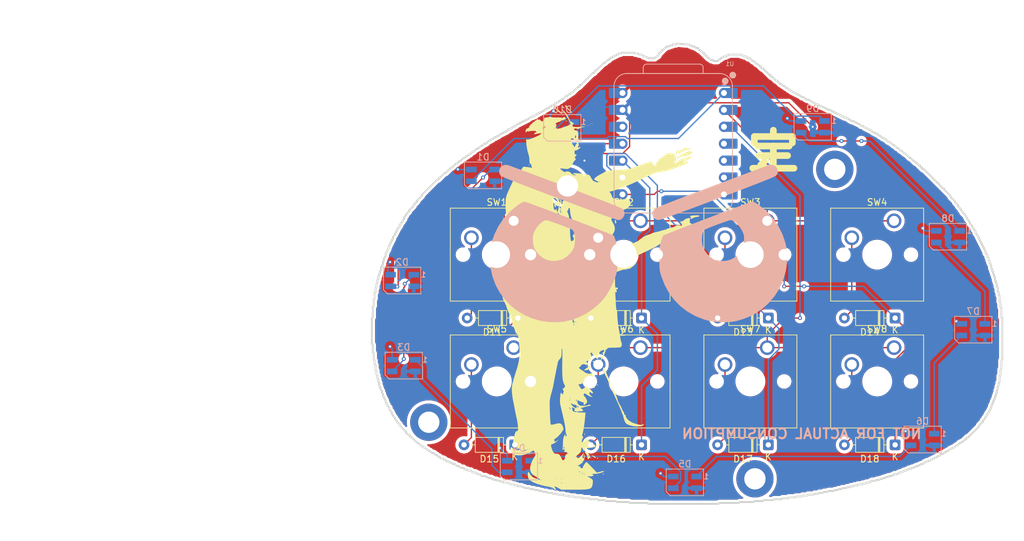
<source format=kicad_pcb>
(kicad_pcb (version 20241229) (generator "pcbnew") (generator_version "9.0")
  (layers (0 "F.Cu" signal) (2 "B.Cu" signal) (13 "F.Paste" user) (15 "B.Paste" user) (5 "F.SilkS" user "F.Silkscreen") (7 "B.SilkS" user "B.Silkscreen") (1 "F.Mask" user) (3 "B.Mask" user) (25 "Edge.Cuts" user))
  (net 0 "")
  (net 1 "GND")
  (net 2 "+5V")
  (net 3 "Net-(D1-VSS)")
  (net 4 "RGB")
  (net 5 "Net-(D2-VSS)")
  (net 6 "Net-(D3-VSS)")
  (net 7 "Net-(D4-VSS)")
  (net 8 "Col 0")
  (net 9 "Row 0")
  (net 10 "Row 1")
  (net 11 "Row 2")
  (net 12 "Row 3")
  (net 13 "Col 1")
  (net 19 "Net-(D5-VSS)")
  (net 20 "Net-(D6-VSS)")
  (net 21 "Net-(D7-VSS)")
  (net 22 "Net-(D8-VSS)")
  (net 23 "Net-(D10-VDD)")
  (net 25 "Net-(D11-A)")
  (net 26 "Net-(D12-A)")
  (net 27 "Net-(D13-A)")
  (net 28 "Net-(D14-A)")
  (net 29 "Net-(D15-A)")
  (net 30 "Net-(D16-A)")
  (net 31 "Net-(D17-A)")
  (net 32 "Net-(D18-A)")
  (footprint "Button_Switch_Keyboard:SW_Cherry_MX_1.00u_PCB" (layer "F.Cu") (at 61.75375 87.78875)
    (property "Reference" "SW5")
    (property "Value" "SW_Push")
  )
  (footprint "Diode_THT:D_DO-35_SOD27_P7.62mm_Horizontal" (layer "F.Cu") (at 119.0625 102.39375 180)
    (property "Reference" "D18")
    (property "Value" "1N4148")
  )
  (footprint "Button_Switch_Keyboard:SW_Cherry_MX_1.00u_PCB" (layer "F.Cu") (at 118.90375 87.78875)
    (property "Reference" "SW8")
    (property "Value" "SW_Push")
  )
  (footprint "MountingHole:MountingHole_3.2mm_M3_DIN965_Pad" (layer "F.Cu") (at 69.85 63.5)
    (property "Reference" "REF**" (hide yes))
    (property "Value" "MountingHole_3.2mm_M3_DIN965_Pad" (hide yes))
  )
  (footprint "Diode_THT:D_DO-35_SOD27_P7.62mm_Horizontal" (layer "F.Cu") (at 100.0125 83.34375 180)
    (property "Reference" "D13")
    (property "Value" "1N4148")
  )
  (footprint "Diode_THT:D_DO-35_SOD27_P7.62mm_Horizontal" (layer "F.Cu") (at 61.9125 102.39375 180)
    (property "Reference" "D15")
    (property "Value" "1N4148")
  )
  (footprint "Diode_THT:D_DO-35_SOD27_P7.62mm_Horizontal" (layer "F.Cu") (at 119.0625 83.34375 180)
    (property "Reference" "D14")
    (property "Value" "1N4148")
  )
  (footprint "MountingHole:MountingHole_3.2mm_M3_DIN965_Pad" (layer "F.Cu") (at 110 61)
    (property "Reference" "REF**" (hide yes))
    (property "Value" "MountingHole_3.2mm_M3_DIN965_Pad" (hide yes))
  )
  (footprint "Button_Switch_Keyboard:SW_Cherry_MX_1.00u_PCB" (layer "F.Cu") (at 80.80375 68.73875)
    (property "Reference" "SW2")
    (property "Value" "SW_Push")
  )
  (footprint "Button_Switch_Keyboard:SW_Cherry_MX_1.00u_PCB" (layer "F.Cu") (at 99.85375 87.78875)
    (property "Reference" "SW7")
    (property "Value" "SW_Push")
  )
  (footprint "Button_Switch_Keyboard:SW_Cherry_MX_1.00u_PCB" (layer "F.Cu") (at 80.80375 87.78875)
    (property "Reference" "SW6")
    (property "Value" "SW_Push")
  )
  (footprint "Diode_THT:D_DO-35_SOD27_P7.62mm_Horizontal" (layer "F.Cu") (at 80.9625 102.39375 180)
    (property "Reference" "D16")
    (property "Value" "1N4148")
  )
  (footprint "footprints:pointing" (layer "F.Cu") (at 75 79.5)
    (property "Reference" "G***")
    (property "Value" "LOGO" (hide yes))
  )
  (footprint "MountingHole:MountingHole_3.2mm_M3_DIN965_Pad" (layer "F.Cu") (at 98 107.5)
    (property "Reference" "REF**" (hide yes))
    (property "Value" "MountingHole_3.2mm_M3_DIN965_Pad" (hide yes))
  )
  (footprint "Button_Switch_Keyboard:SW_Cherry_MX_1.00u_PCB" (layer "F.Cu") (at 118.90375 68.73875)
    (property "Reference" "SW4")
    (property "Value" "SW_Push")
  )
  (footprint "Diode_THT:D_DO-35_SOD27_P7.62mm_Horizontal" (layer "F.Cu") (at 100.0125 102.39375 180)
    (property "Reference" "D17")
    (property "Value" "1N4148")
  )
  (footprint "Diode_THT:D_DO-35_SOD27_P7.62mm_Horizontal" (layer "F.Cu") (at 62.38875 83.34375 180)
    (property "Reference" "D11")
    (property "Value" "1N4148")
  )
  (footprint "Diode_THT:D_DO-35_SOD27_P7.62mm_Horizontal" (layer "F.Cu") (at 80.9625 83.34375 180)
    (property "Reference" "D12")
    (property "Value" "1N4148")
  )
  (footprint "MountingHole:MountingHole_3.2mm_M3_DIN965_Pad" (layer "F.Cu") (at 49 99)
    (property "Reference" "REF**" (hide yes))
    (property "Value" "MountingHole_3.2mm_M3_DIN965_Pad" (hide yes))
  )
  (footprint "Button_Switch_Keyboard:SW_Cherry_MX_1.00u_PCB" (layer "F.Cu") (at 99.85375 68.73875)
    (property "Reference" "SW3")
    (property "Value" "SW_Push")
  )
  (footprint "Button_Switch_Keyboard:SW_Cherry_MX_1.00u_PCB" (layer "F.Cu") (at 61.75375 68.73875)
    (property "Reference" "SW1")
    (property "Value" "SW_Push")
  )
  (footprint "LED_SMD:LED_SK6812MINI_PLCC4_3.5x3.5mm_P1.75mm" (layer "B.Cu") (at 130.81 85.09 180)
    (property "Reference" "D7")
    (property "Value" "SK6812")
  )
  (footprint "LED_SMD:LED_SK6812MINI_PLCC4_3.5x3.5mm_P1.75mm" (layer "B.Cu") (at 62.54375 105.65 180)
    (property "Reference" "D4")
    (property "Value" "SK6812")
  )
  (footprint "OPL:XIAO-RP2040-DIP" (layer "B.Cu") (at 85.725 57.15 180)
    (property "Reference" "U1")
    (property "Value" "XIAO-RP2040-DIP")
  )
  (footprint "LED_SMD:LED_SK6812MINI_PLCC4_3.5x3.5mm_P1.75mm" (layer "B.Cu") (at 57.15 61.9125 180)
    (property "Reference" "D1")
    (property "Value" "SK6812")
  )
  (footprint "footprints:eyes1" (layer "B.Cu") (at 80.5 72 180)
    (property "Reference" "." (hide yes))
    (property "Value" "LOGO" (hide yes))
  )
  (footprint "LED_SMD:LED_SK6812MINI_PLCC4_3.5x3.5mm_P1.75mm" (layer "B.Cu") (at 45 77.70625 180)
    (property "Reference" "D2")
    (property "Value" "SK6812")
  )
  (footprint "LED_SMD:LED_SK6812MINI_PLCC4_3.5x3.5mm_P1.75mm" (layer "B.Cu") (at 69.05625 54.76875 180)
    (property "Reference" "D10")
    (property "Value" "SK6812")
  )
  (footprint "LED_SMD:LED_SK6812MINI_PLCC4_3.5x3.5mm_P1.75mm" (layer "B.Cu") (at 127 71.12 180)
    (property "Reference" "D8")
    (property "Value" "SK6812")
  )
  (footprint "LED_SMD:LED_SK6812MINI_PLCC4_3.5x3.5mm_P1.75mm" (layer "B.Cu") (at 123.19 101.6 180)
    (property "Reference" "D6")
    (property "Value" "SK6812")
  )
  (footprint "LED_SMD:LED_SK6812MINI_PLCC4_3.5x3.5mm_P1.75mm" (layer "B.Cu") (at 106.68 54.61 180)
    (property "Reference" "D9")
    (property "Value" "SK6812")
  )
  (footprint "LED_SMD:LED_SK6812MINI_PLCC4_3.5x3.5mm_P1.75mm" (layer "B.Cu") (at 87.475 108.03125 180)
    (property "Reference" "D5")
    (property "Value" "SK6812")
  )
  (footprint "LED_SMD:LED_SK6812MINI_PLCC4_3.5x3.5mm_P1.75mm" (layer "B.Cu") (at 45.24375 90.4875 180)
    (property "Reference" "D3")
    (property "Value" "SK6812")
  )
  (gr_curve (pts (xy 127.396875 103.068436) (xy 127.443169 103.022134) (xy 127.48948 102.975831) (xy 127.535775 102.929528)) (stroke (width 0.277812)) (layer "Edge.Cuts"))
  (gr_line (start 61.972034 54.45125) (end 61.833126 54.590159) (stroke (width 0.277812)) (layer "Edge.Cuts"))
  (gr_line (start 90.308904 43.616564) (end 90.308904 43.47766) (stroke (width 0.277812)) (layer "Edge.Cuts"))
  (gr_line (start 41.69172 76.537343) (end 41.552814 76.676252) (stroke (width 0.277812)) (layer "Edge.Cuts"))
  (gr_line (start 111.839376 108.763592) (end 112.256093 108.763592) (stroke (width 0.277812)) (layer "Edge.Cuts"))
  (gr_line (start 90.86453 44.033286) (end 90.725621 44.033286) (stroke (width 0.277812)) (layer "Edge.Cuts"))
  (gr_curve (pts (xy 124.618747 104.596405) (xy 124.66505 104.55011) (xy 124.711352 104.503799) (xy 124.757655 104.457496)) (stroke (width 0.277812)) (layer "Edge.Cuts"))
  (gr_line (start 119.479217 57.785003) (end 119.340308 57.785003) (stroke (width 0.277812)) (layer "Edge.Cuts"))
  (gr_line (start 51.276252 104.596405) (end 51.415157 104.596405) (stroke (width 0.277812)) (layer "Edge.Cuts"))
  (gr_curve (pts (xy 116.006563 55.562501) (xy 115.96026 55.516199) (xy 115.913957 55.4699) (xy 115.867655 55.423597)) (stroke (width 0.277812)) (layer "Edge.Cuts"))
  (gr_curve (pts (xy 124.340938 104.735313) (xy 124.387233 104.68901) (xy 124.433544 104.642707) (xy 124.479838 104.596405)) (stroke (width 0.277812)) (layer "Edge.Cuts"))
  (gr_line (start 107.672188 109.597026) (end 108.227814 109.597026) (stroke (width 0.277812)) (layer "Edge.Cuts"))
  (gr_line (start 68.222811 50.978597) (end 68.083907 51.117501) (stroke (width 0.277812)) (layer "Edge.Cuts"))
  (gr_line (start 61.416408 108.346875) (end 61.833126 108.346875) (stroke (width 0.277812)) (layer "Edge.Cuts"))
  (gr_line (start 133.925465 95.706404) (end 133.925465 95.567496) (stroke (width 0.277812)) (layer "Edge.Cuts"))
  (gr_curve (pts (xy 50.165001 103.901871) (xy 50.257607 103.994484) (xy 50.350209 104.087082) (xy 50.442814 104.179687)) (stroke (width 0.277812)) (layer "Edge.Cuts"))
  (gr_line (start 95.726251 110.986094) (end 97.809845 110.986094) (stroke (width 0.277812)) (layer "Edge.Cuts"))
  (gr_line (start 118.923591 57.368282) (end 118.784683 57.368282) (stroke (width 0.277812)) (layer "Edge.Cuts"))
  (gr_line (start 118.923591 106.818907) (end 119.340308 106.818907) (stroke (width 0.277812)) (layer "Edge.Cuts"))
  (gr_line (start 122.674061 105.429839) (end 122.81297 105.429839) (stroke (width 0.277812)) (layer "Edge.Cuts"))
  (gr_line (start 109.894682 52.367656) (end 109.755782 52.367656) (stroke (width 0.277812)) (layer "Edge.Cuts"))
  (gr_line (start 47.109065 65.98047) (end 46.970159 65.98047) (stroke (width 0.277812)) (layer "Edge.Cuts"))
  (gr_curve (pts (xy 117.395623 56.39594) (xy 117.34932 56.349637) (xy 117.303017 56.303338) (xy 117.256715 56.257031)) (stroke (width 0.277812)) (layer "Edge.Cuts"))
  (gr_line (start 53.776563 105.846564) (end 54.193285 105.846564) (stroke (width 0.277812)) (layer "Edge.Cuts"))
  (gr_line (start 62.805468 54.034533) (end 62.666564 54.034533) (stroke (width 0.277812)) (layer "Edge.Cuts"))
  (gr_line (start 66.139217 52.228752) (end 66.000313 52.367656) (stroke (width 0.277812)) (layer "Edge.Cuts"))
  (gr_line (start 117.534531 56.39594) (end 117.395623 56.39594) (stroke (width 0.277812)) (layer "Edge.Cuts"))
  (gr_curve (pts (xy 41.136096 78.759845) (xy 41.089794 78.80614) (xy 41.043491 78.852451) (xy 40.99719 78.898754)) (stroke (width 0.277812)) (layer "Edge.Cuts"))
  (gr_line (start 52.665312 105.290939) (end 52.943125 105.290939) (stroke (width 0.277812)) (layer "Edge.Cuts"))
  (gr_line (start 117.117814 107.513433) (end 117.256715 107.374532) (stroke (width 0.277812)) (layer "Edge.Cuts"))
  (gr_line (start 41.552814 93.067185) (end 41.552814 93.483902) (stroke (width 0.277812)) (layer "Edge.Cuts"))
  (gr_curve (pts (xy 125.452181 63.063438) (xy 124.757655 62.368908) (xy 124.063121 61.674378) (xy 123.368587 60.979844)) (stroke (width 0.277812)) (layer "Edge.Cuts"))
  (gr_line (start 42.108439 75.287192) (end 41.969533 75.426092) (stroke (width 0.277812)) (layer "Edge.Cuts"))
  (gr_line (start 133.230939 97.234372) (end 133.369839 97.095472) (stroke (width 0.277812)) (layer "Edge.Cuts"))
  (gr_curve (pts (xy 49.192659 103.346245) (xy 49.285262 103.438859) (xy 49.377866 103.531456) (xy 49.470469 103.624062)) (stroke (width 0.277812)) (layer "Edge.Cuts"))
  (gr_line (start 130.591719 69.592032) (end 130.591719 69.453128) (stroke (width 0.277812)) (layer "Edge.Cuts"))
  (gr_line (start 99.198905 110.847186) (end 99.337813 110.708277) (stroke (width 0.277812)) (layer "Edge.Cuts"))
  (gr_curve (pts (xy 41.969533 94.595153) (xy 42.015834 94.641456) (xy 42.062138 94.687767) (xy 42.108439 94.734061)) (stroke (width 0.277812)) (layer "Edge.Cuts"))
  (gr_line (start 50.442814 104.179687) (end 50.581719 104.179687) (stroke (width 0.277812)) (layer "Edge.Cuts"))
  (gr_line (start 60.305157 55.423597) (end 60.166249 55.562501) (stroke (width 0.277812)) (layer "Edge.Cuts"))
  (gr_curve (pts (xy 41.552814 93.483902) (xy 41.599116 93.530205) (xy 41.645419 93.576516) (xy 41.69172 93.62281)) (stroke (width 0.277812)) (layer "Edge.Cuts"))
  (gr_curve (pts (xy 117.534531 107.374532) (xy 117.580826 107.32823) (xy 117.627137 107.281927) (xy 117.673432 107.235624)) (stroke (width 0.277812)) (layer "Edge.Cuts"))
  (gr_line (start 40.99719 91.122499) (end 41.136096 91.261408) (stroke (width 0.277812)) (layer "Edge.Cuts"))
  (gr_line (start 131.841871 71.81453) (end 131.841871 71.675626) (stroke (width 0.277812)) (layer "Edge.Cuts"))
  (gr_curve (pts (xy 43.358595 97.512189) (xy 43.404897 97.558484) (xy 43.4512 97.604795) (xy 43.497501 97.651089)) (stroke (width 0.277812)) (layer "Edge.Cuts"))
  (gr_curve (pts (xy 123.229687 105.290939) (xy 123.322293 105.198333) (xy 123.41489 105.105727) (xy 123.507496 105.013122)) (stroke (width 0.277812)) (layer "Edge.Cuts"))
  (gr_line (start 100.310156 46.950314) (end 100.310156 46.811409) (stroke (width 0.277812)) (layer "Edge.Cuts"))
  (gr_line (start 40.858284 89.73344) (end 40.858284 90.289065) (stroke (width 0.277812)) (layer "Edge.Cuts"))
  (gr_line (start 41.830626 94.039527) (end 41.830626 94.178436) (stroke (width 0.277812)) (layer "Edge.Cuts"))
  (gr_line (start 135.036716 89.73344) (end 135.175624 89.594531) (stroke (width 0.277812)) (layer "Edge.Cuts"))
  (gr_curve (pts (xy 126.702341 103.485154) (xy 126.748643 103.438859) (xy 126.794946 103.392548) (xy 126.841249 103.346245)) (stroke (width 0.277812)) (layer "Edge.Cuts"))
  (gr_line (start 83.363593 44.033286) (end 83.224689 44.033286) (stroke (width 0.277812)) (layer "Edge.Cuts"))
  (gr_line (start 69.334062 110.013752) (end 69.889688 110.013752) (stroke (width 0.277812)) (layer "Edge.Cuts"))
  (gr_curve (pts (xy 109.061248 52.089844) (xy 109.014953 52.043541) (xy 108.968642 51.997242) (xy 108.92234 51.950939)) (stroke (width 0.277812)) (layer "Edge.Cuts"))
  (gr_line (start 63.361094 108.763592) (end 63.500002 108.902501) (stroke (width 0.277812)) (layer "Edge.Cuts"))
  (gr_line (start 41.969533 75.426092) (end 41.969533 75.565001) (stroke (width 0.277812)) (layer "Edge.Cuts"))
  (gr_line (start 56.8325 57.507191) (end 56.554687 57.785003) (stroke (width 0.277812)) (layer "Edge.Cuts"))
  (gr_line (start 91.697972 44.588907) (end 91.420155 44.588907) (stroke (width 0.277812)) (layer "Edge.Cuts"))
  (gr_line (start 126.424532 64.035781) (end 126.424532 63.896876) (stroke (width 0.277812)) (layer "Edge.Cuts"))
  (gr_line (start 76.557186 44.17219) (end 76.418282 44.17219) (stroke (width 0.277812)) (layer "Edge.Cuts"))
  (gr_line (start 47.942501 65.008127) (end 47.247971 65.702657) (stroke (width 0.277812)) (layer "Edge.Cuts"))
  (gr_line (start 90.447813 43.755473) (end 90.308904 43.616564) (stroke (width 0.277812)) (layer "Edge.Cuts"))
  (gr_curve (pts (xy 127.396875 65.008127) (xy 127.072763 64.684012) (xy 126.748643 64.3599) (xy 126.424532 64.035781)) (stroke (width 0.277812)) (layer "Edge.Cuts"))
  (gr_line (start 104.755152 49.867346) (end 104.616252 49.867346) (stroke (width 0.277812)) (layer "Edge.Cuts"))
  (gr_line (start 42.664065 73.342502) (end 42.664065 73.481407) (stroke (width 0.277812)) (layer "Edge.Cuts"))
  (gr_line (start 116.145463 55.562501) (end 116.006563 55.562501) (stroke (width 0.277812)) (layer "Edge.Cuts"))
  (gr_line (start 125.59109 63.202346) (end 125.59109 63.063438) (stroke (width 0.277812)) (layer "Edge.Cuts"))
  (gr_line (start 131.564062 71.258909) (end 131.564062 71.12) (stroke (width 0.277812)) (layer "Edge.Cuts"))
  (gr_line (start 134.342182 78.20422) (end 134.203281 78.065311) (stroke (width 0.277812)) (layer "Edge.Cuts"))
  (gr_line (start 96.698594 44.033286) (end 96.420777 44.033286) (stroke (width 0.277812)) (layer "Edge.Cuts"))
  (gr_curve (pts (xy 112.256093 53.617816) (xy 112.163487 53.52521) (xy 112.07089 53.432605) (xy 111.978276 53.340003)) (stroke (width 0.277812)) (layer "Edge.Cuts"))
  (gr_curve (pts (xy 113.228435 54.034533) (xy 113.182133 53.98823) (xy 113.13583 53.941932) (xy 113.089527 53.895629)) (stroke (width 0.277812)) (layer "Edge.Cuts"))
  (gr_curve (pts (xy 129.202651 101.957185) (xy 129.34156 101.818277) (xy 129.480468 101.679377) (xy 129.619369 101.540468)) (stroke (width 0.277812)) (layer "Edge.Cuts"))
  (gr_curve (pts (xy 108.505622 51.812035) (xy 108.459328 51.765728) (xy 108.413017 51.719429) (xy 108.366714 51.673127)) (stroke (width 0.277812)) (layer "Edge.Cuts"))
  (gr_curve (pts (xy 105.588594 50.422971) (xy 105.495989 50.33037) (xy 105.403383 50.23776) (xy 105.310778 50.145158)) (stroke (width 0.277812)) (layer "Edge.Cuts"))
  (gr_line (start 128.0914 65.98047) (end 128.0914 65.841562) (stroke (width 0.277812)) (layer "Edge.Cuts"))
  (gr_line (start 75.445939 110.708277) (end 75.584844 110.847186) (stroke (width 0.277812)) (layer "Edge.Cuts"))
  (gr_line (start 61.2775 108.207967) (end 61.416408 108.346875) (stroke (width 0.277812)) (layer "Edge.Cuts"))
  (gr_line (start 55.165627 58.757346) (end 55.026719 58.757346) (stroke (width 0.277812)) (layer "Edge.Cuts"))
  (gr_line (start 65.444688 109.180309) (end 65.583596 109.319218) (stroke (width 0.277812)) (layer "Edge.Cuts"))
  (gr_curve (pts (xy 44.608752 99.456874) (xy 44.932866 99.780986) (xy 45.256981 100.105106) (xy 45.581095 100.429217)) (stroke (width 0.277812)) (layer "Edge.Cuts"))
  (gr_curve (pts (xy 132.258588 98.762341) (xy 132.351202 98.669735) (xy 132.443799 98.577137) (xy 132.536405 98.484532)) (stroke (width 0.277812)) (layer "Edge.Cuts"))
  (gr_line (start 54.332189 59.312972) (end 54.193285 59.312972) (stroke (width 0.277812)) (layer "Edge.Cuts"))
  (gr_line (start 129.758277 68.064064) (end 129.480468 67.786251) (stroke (width 0.277812)) (layer "Edge.Cuts"))
  (gr_line (start 43.080784 96.817655) (end 43.080784 97.095472) (stroke (width 0.277812)) (layer "Edge.Cuts"))
  (gr_line (start 66.555939 51.950939) (end 66.278126 52.228752) (stroke (width 0.277812)) (layer "Edge.Cuts"))
  (gr_line (start 42.525158 74.037032) (end 42.386252 74.175941) (stroke (width 0.277812)) (layer "Edge.Cuts"))
  (gr_curve (pts (xy 106.977654 51.117501) (xy 106.931359 51.071198) (xy 106.885049 51.024899) (xy 106.838746 50.978597)) (stroke (width 0.277812)) (layer "Edge.Cuts"))
  (gr_line (start 132.397496 72.786877) (end 132.258588 72.647968) (stroke (width 0.277812)) (layer "Edge.Cuts"))
  (gr_line (start 132.397496 72.925781) (end 132.397496 72.786877) (stroke (width 0.277812)) (layer "Edge.Cuts"))
  (gr_curve (pts (xy 131.841871 71.675626) (xy 131.795576 71.629323) (xy 131.749265 71.583024) (xy 131.702962 71.536721)) (stroke (width 0.277812)) (layer "Edge.Cuts"))
  (gr_curve (pts (xy 40.441565 87.233129) (xy 40.487865 87.279424) (xy 40.53417 87.325734) (xy 40.580471 87.372029)) (stroke (width 0.277812)) (layer "Edge.Cuts"))
  (gr_line (start 119.757025 106.54109) (end 120.034842 106.54109) (stroke (width 0.277812)) (layer "Edge.Cuts"))
  (gr_line (start 132.536405 73.203594) (end 132.536405 73.06469) (stroke (width 0.277812)) (layer "Edge.Cuts"))
  (gr_line (start 120.034842 106.54109) (end 120.173751 106.40219) (stroke (width 0.277812)) (layer "Edge.Cuts"))
  (gr_line (start 66.972656 51.812035) (end 66.833751 51.812035) (stroke (width 0.277812)) (layer "Edge.Cuts"))
  (gr_line (start 77.25172 110.986094) (end 79.057501 110.986094) (stroke (width 0.277812)) (layer "Edge.Cuts"))
  (gr_curve (pts (xy 42.386252 95.567496) (xy 42.432553 95.613799) (xy 42.478858 95.660109) (xy 42.525158 95.706404)) (stroke (width 0.277812)) (layer "Edge.Cuts"))
  (gr_line (start 83.224689 44.033286) (end 82.946876 44.311094) (stroke (width 0.277812)) (layer "Edge.Cuts"))
  (gr_line (start 41.969533 94.317344) (end 41.969533 94.595153) (stroke (width 0.277812)) (layer "Edge.Cuts"))
  (gr_line (start 59.749532 55.70141) (end 59.471719 55.979218) (stroke (width 0.277812)) (layer "Edge.Cuts"))
  (gr_curve (pts (xy 45.581095 67.925155) (xy 45.488491 68.017761) (xy 45.395888 68.110367) (xy 45.303284 68.202968)) (stroke (width 0.277812)) (layer "Edge.Cuts"))
  (gr_line (start 133.786556 96.123121) (end 133.786556 95.845312) (stroke (width 0.277812)) (layer "Edge.Cuts"))
  (gr_line (start 89.47547 42.922034) (end 89.47547 42.783126) (stroke (width 0.277812)) (layer "Edge.Cuts"))
  (gr_line (start 132.675313 73.620315) (end 132.675313 73.342502) (stroke (width 0.277812)) (layer "Edge.Cuts"))
  (gr_line (start 41.413907 92.511559) (end 41.413907 92.928284) (stroke (width 0.277812)) (layer "Edge.Cuts"))
  (gr_line (start 135.175624 89.594531) (end 135.175624 83.34375) (stroke (width 0.277812)) (layer "Edge.Cuts"))
  (gr_line (start 83.780314 43.47766) (end 83.641406 43.47766) (stroke (width 0.277812)) (layer "Edge.Cuts"))
  (gr_curve (pts (xy 75.862656 44.588907) (xy 75.723752 44.727815) (xy 75.584844 44.86672) (xy 75.445939 45.005628)) (stroke (width 0.277812)) (layer "Edge.Cuts"))
  (gr_line (start 99.198905 45.839066) (end 99.059996 45.839066) (stroke (width 0.277812)) (layer "Edge.Cuts"))
  (gr_line (start 116.284372 55.70141) (end 116.145463 55.562501) (stroke (width 0.277812)) (layer "Edge.Cuts"))
  (gr_line (start 81.279999 44.033286) (end 81.002186 43.755473) (stroke (width 0.277812)) (layer "Edge.Cuts"))
  (gr_curve (pts (xy 112.950627 53.895629) (xy 112.904324 53.849322) (xy 112.858013 53.803023) (xy 112.811718 53.75672)) (stroke (width 0.277812)) (layer "Edge.Cuts"))
  (gr_line (start 81.835625 44.17219) (end 81.69672 44.17219) (stroke (width 0.277812)) (layer "Edge.Cuts"))
  (gr_line (start 133.647656 96.400938) (end 133.647656 96.26203) (stroke (width 0.277812)) (layer "Edge.Cuts"))
  (gr_line (start 69.750783 50.00625) (end 69.611875 50.00625) (stroke (width 0.277812)) (layer "Edge.Cuts"))
  (gr_line (start 66.278126 52.228752) (end 66.139217 52.228752) (stroke (width 0.277812)) (layer "Edge.Cuts"))
  (gr_curve (pts (xy 59.749532 107.791249) (xy 59.795835 107.837544) (xy 59.842133 107.883855) (xy 59.88844 107.930158)) (stroke (width 0.277812)) (layer "Edge.Cuts"))
  (gr_line (start 122.257344 60.007502) (end 122.118436 60.007502) (stroke (width 0.277812)) (layer "Edge.Cuts"))
  (gr_line (start 108.366714 109.458126) (end 108.92234 109.458126) (stroke (width 0.277812)) (layer "Edge.Cuts"))
  (gr_line (start 43.21969 72.092343) (end 43.21969 72.231251) (stroke (width 0.277812)) (layer "Edge.Cuts"))
  (gr_line (start 103.505001 49.31172) (end 103.227184 49.033907) (stroke (width 0.277812)) (layer "Edge.Cuts"))
  (gr_line (start 117.256715 56.257031) (end 117.117814 56.257031) (stroke (width 0.277812)) (layer "Edge.Cuts"))
  (gr_line (start 133.369839 96.956564) (end 133.508747 96.817655) (stroke (width 0.277812)) (layer "Edge.Cuts"))
  (gr_curve (pts (xy 123.229687 60.979844) (xy 123.183384 60.933541) (xy 123.137081 60.887243) (xy 123.090779 60.84094)) (stroke (width 0.277812)) (layer "Edge.Cuts"))
  (gr_curve (pts (xy 73.084533 110.430469) (xy 73.130835 110.476764) (xy 73.177134 110.523074) (xy 73.223437 110.569377)) (stroke (width 0.277812)) (layer "Edge.Cuts"))
  (gr_line (start 43.636407 71.12) (end 43.636407 71.397813) (stroke (width 0.277812)) (layer "Edge.Cuts"))
  (gr_line (start 58.082659 56.673752) (end 57.665938 57.09047) (stroke (width 0.277812)) (layer "Edge.Cuts"))
  (gr_curve (pts (xy 132.119688 72.231251) (xy 132.073385 72.184949) (xy 132.027074 72.13865) (xy 131.980779 72.092343)) (stroke (width 0.277812)) (layer "Edge.Cuts"))
  (gr_line (start 132.953122 97.789998) (end 132.953122 97.651089) (stroke (width 0.277812)) (layer "Edge.Cuts"))
  (gr_line (start 134.342182 94.595153) (end 134.342182 94.178436) (stroke (width 0.277812)) (layer "Edge.Cuts"))
  (gr_line (start 69.195158 50.422971) (end 69.05625 50.422971) (stroke (width 0.277812)) (layer "Edge.Cuts"))
  (gr_line (start 135.036716 81.815782) (end 134.897807 81.676873) (stroke (width 0.277812)) (layer "Edge.Cuts"))
  (gr_line (start 121.423902 59.312972) (end 121.285002 59.312972) (stroke (width 0.277812)) (layer "Edge.Cuts"))
  (gr_curve (pts (xy 133.925465 95.567496) (xy 133.971767 95.521201) (xy 134.01807 95.47489) (xy 134.064373 95.428595)) (stroke (width 0.277812)) (layer "Edge.Cuts"))
  (gr_line (start 48.637033 103.068436) (end 48.77594 103.068436) (stroke (width 0.277812)) (layer "Edge.Cuts"))
  (gr_line (start 55.721253 58.340625) (end 55.582344 58.340625) (stroke (width 0.277812)) (layer "Edge.Cuts"))
  (gr_curve (pts (xy 93.364841 44.033286) (xy 93.318546 44.079588) (xy 93.272235 44.125887) (xy 93.22594 44.17219)) (stroke (width 0.277812)) (layer "Edge.Cuts"))
  (gr_curve (pts (xy 106.838746 109.874843) (xy 106.885049 109.82854) (xy 106.931359 109.782238) (xy 106.977654 109.735935)) (stroke (width 0.277812)) (layer "Edge.Cuts"))
  (gr_line (start 122.81297 60.424219) (end 122.674061 60.424219) (stroke (width 0.277812)) (layer "Edge.Cuts"))
  (gr_line (start 120.173751 106.40219) (end 120.312651 106.40219) (stroke (width 0.277812)) (layer "Edge.Cuts"))
  (gr_line (start 134.758907 80.009997) (end 134.619998 79.871096) (stroke (width 0.277812)) (layer "Edge.Cuts"))
  (gr_line (start 42.664065 96.26203) (end 42.802971 96.400938) (stroke (width 0.277812)) (layer "Edge.Cuts"))
  (gr_line (start 126.563432 103.485154) (end 126.702341 103.485154) (stroke (width 0.277812)) (layer "Edge.Cuts"))
  (gr_curve (pts (xy 130.174994 68.758594) (xy 130.082389 68.665992) (xy 129.989791 68.573387) (xy 129.897185 68.480781)) (stroke (width 0.277812)) (layer "Edge.Cuts"))
  (gr_line (start 112.950627 108.485783) (end 113.367344 108.485783) (stroke (width 0.277812)) (layer "Edge.Cuts"))
  (gr_line (start 99.337813 110.708277) (end 100.726873 110.708277) (stroke (width 0.277812)) (layer "Edge.Cuts"))
  (gr_curve (pts (xy 53.082033 60.146406) (xy 52.896822 60.331617) (xy 52.711619 60.516824) (xy 52.526408 60.702031)) (stroke (width 0.277812)) (layer "Edge.Cuts"))
  (gr_line (start 40.719377 88.622189) (end 40.719377 89.594531) (stroke (width 0.277812)) (layer "Edge.Cuts"))
  (gr_line (start 116.839997 55.979218) (end 116.701089 55.979218) (stroke (width 0.277812)) (layer "Edge.Cuts"))
  (gr_line (start 121.979528 105.707656) (end 122.118436 105.707656) (stroke (width 0.277812)) (layer "Edge.Cuts"))
  (gr_curve (pts (xy 126.285623 103.76297) (xy 126.378229 103.670365) (xy 126.470827 103.577759) (xy 126.563432 103.485154)) (stroke (width 0.277812)) (layer "Edge.Cuts"))
  (gr_line (start 61.138596 55.006876) (end 60.860783 55.006876) (stroke (width 0.277812)) (layer "Edge.Cuts"))
  (gr_curve (pts (xy 44.747658 69.314219) (xy 44.701358 69.360522) (xy 44.655053 69.406821) (xy 44.608752 69.453128)) (stroke (width 0.277812)) (layer "Edge.Cuts"))
  (gr_curve (pts (xy 110.589216 52.784378) (xy 110.542921 52.738075) (xy 110.496611 52.691776) (xy 110.450308 52.645469)) (stroke (width 0.277812)) (layer "Edge.Cuts"))
  (gr_line (start 134.619998 79.871096) (end 134.619998 79.454379) (stroke (width 0.277812)) (layer "Edge.Cuts"))
  (gr_line (start 111.144842 53.06219) (end 111.005933 52.923282) (stroke (width 0.277812)) (layer "Edge.Cuts"))
  (gr_curve (pts (xy 41.413907 92.928284) (xy 41.46021 92.974579) (xy 41.506513 93.02089) (xy 41.552814 93.067185)) (stroke (width 0.277812)) (layer "Edge.Cuts"))
  (gr_curve (pts (xy 46.970159 66.119374) (xy 46.877553 66.21198) (xy 46.784949 66.304586) (xy 46.692346 66.397187)) (stroke (width 0.277812)) (layer "Edge.Cuts"))
  (gr_line (start 130.869528 70.008749) (end 130.869528 69.869845) (stroke (width 0.277812)) (layer "Edge.Cuts"))
  (gr_line (start 114.617495 108.207967) (end 114.756404 108.069058) (stroke (width 0.277812)) (layer "Edge.Cuts"))
  (gr_curve (pts (xy 47.942501 102.512811) (xy 48.035107 102.605416) (xy 48.127708 102.698014) (xy 48.220314 102.790628)) (stroke (width 0.277812)) (layer "Edge.Cuts"))
  (gr_curve (pts (xy 133.230939 74.731566) (xy 133.184636 74.685263) (xy 133.138325 74.638961) (xy 133.09203 74.592658)) (stroke (width 0.277812)) (layer "Edge.Cuts"))
  (gr_line (start 133.786556 76.398435) (end 133.647656 76.259534) (stroke (width 0.277812)) (layer "Edge.Cuts"))
  (gr_curve (pts (xy 91.003438 44.311094) (xy 90.957135 44.264791) (xy 90.910832 44.218493) (xy 90.86453 44.17219)) (stroke (width 0.277812)) (layer "Edge.Cuts"))
  (gr_curve (pts (xy 40.858284 90.289065) (xy 40.904584 90.33536) (xy 40.950887 90.381671) (xy 40.99719 90.427966)) (stroke (width 0.277812)) (layer "Edge.Cuts"))
  (gr_line (start 64.194532 109.041409) (end 64.750158 109.041409) (stroke (width 0.277812)) (layer "Edge.Cuts"))
  (gr_curve (pts (xy 131.980779 71.953439) (xy 131.934476 71.907136) (xy 131.888174 71.860837) (xy 131.841871 71.81453)) (stroke (width 0.277812)) (layer "Edge.Cuts"))
  (gr_line (start 129.480468 67.786251) (end 129.480468 67.647347) (stroke (width 0.277812)) (layer "Edge.Cuts"))
  (gr_line (start 108.227814 109.597026) (end 108.366714 109.458126) (stroke (width 0.277812)) (layer "Edge.Cuts"))
  (gr_curve (pts (xy 104.338435 49.728441) (xy 104.29214 49.682134) (xy 104.245829 49.635836) (xy 104.199526 49.589533)) (stroke (width 0.277812)) (layer "Edge.Cuts"))
  (gr_line (start 115.589838 107.791249) (end 116.145463 107.791249) (stroke (width 0.277812)) (layer "Edge.Cuts"))
  (gr_line (start 71.556564 48.61719) (end 71.417656 48.61719) (stroke (width 0.277812)) (layer "Edge.Cuts"))
  (gr_line (start 70.028592 49.728441) (end 69.750783 50.00625) (stroke (width 0.277812)) (layer "Edge.Cuts"))
  (gr_line (start 60.58297 55.284689) (end 60.444062 55.423597) (stroke (width 0.277812)) (layer "Edge.Cuts"))
  (gr_line (start 107.53328 51.256409) (end 107.255471 51.256409) (stroke (width 0.277812)) (layer "Edge.Cuts"))
  (gr_line (start 93.642657 44.033286) (end 93.364841 44.033286) (stroke (width 0.277812)) (layer "Edge.Cuts"))
  (gr_line (start 131.147345 70.564375) (end 131.147345 70.286562) (stroke (width 0.277812)) (layer "Edge.Cuts"))
  (gr_curve (pts (xy 43.636407 98.067815) (xy 43.729013 98.16042) (xy 43.821617 98.253018) (xy 43.91422 98.345623)) (stroke (width 0.277812)) (layer "Edge.Cuts"))
  (gr_line (start 112.256093 108.763592) (end 112.395001 108.624684) (stroke (width 0.277812)) (layer "Edge.Cuts"))
  (gr_line (start 89.753279 43.060939) (end 89.614378 43.060939) (stroke (width 0.277812)) (layer "Edge.Cuts"))
  (gr_curve (pts (xy 90.725621 44.033286) (xy 90.679327 43.986979) (xy 90.633016 43.94068) (xy 90.586721 43.894377)) (stroke (width 0.277812)) (layer "Edge.Cuts"))
  (gr_line (start 42.802971 73.06469) (end 42.802971 73.203594) (stroke (width 0.277812)) (layer "Edge.Cuts"))
  (gr_curve (pts (xy 131.702962 99.456874) (xy 131.888174 99.271671) (xy 132.073385 99.086452) (xy 132.258588 98.901249)) (stroke (width 0.277812)) (layer "Edge.Cuts"))
  (gr_line (start 41.136096 91.261408) (end 41.136096 91.817033) (stroke (width 0.277812)) (layer "Edge.Cuts"))
  (gr_line (start 46.970159 65.98047) (end 46.970159 66.119374) (stroke (width 0.277812)) (layer "Edge.Cuts"))
  (gr_line (start 94.059375 43.755473) (end 93.920466 43.894377) (stroke (width 0.277812)) (layer "Edge.Cuts"))
  (gr_curve (pts (xy 113.506244 54.173437) (xy 113.459949 54.127135) (xy 113.413639 54.080836) (xy 113.367344 54.034533)) (stroke (width 0.277812)) (layer "Edge.Cuts"))
  (gr_line (start 56.554687 57.785003) (end 56.415783 57.785003) (stroke (width 0.277812)) (layer "Edge.Cuts"))
  (gr_line (start 62.944377 53.895629) (end 62.805468 54.034533) (stroke (width 0.277812)) (layer "Edge.Cuts"))
  (gr_line (start 42.247346 74.731566) (end 42.108439 74.870467) (stroke (width 0.277812)) (layer "Edge.Cuts"))
  (gr_line (start 47.803595 102.512811) (end 47.942501 102.512811) (stroke (width 0.277812)) (layer "Edge.Cuts"))
  (gr_line (start 61.833126 54.590159) (end 61.694221 54.590159) (stroke (width 0.277812)) (layer "Edge.Cuts"))
  (gr_line (start 124.479838 104.596405) (end 124.618747 104.596405) (stroke (width 0.277812)) (layer "Edge.Cuts"))
  (gr_line (start 120.034842 58.201721) (end 119.895934 58.201721) (stroke (width 0.277812)) (layer "Edge.Cuts"))
  (gr_line (start 43.358595 97.373281) (end 43.358595 97.512189) (stroke (width 0.277812)) (layer "Edge.Cuts"))
  (gr_line (start 77.390625 43.755473) (end 77.25172 43.755473) (stroke (width 0.277812)) (layer "Edge.Cuts"))
  (gr_line (start 128.508126 66.536096) (end 128.508126 66.397187) (stroke (width 0.277812)) (layer "Edge.Cuts"))
  (gr_line (start 48.220314 102.790628) (end 48.35922 102.790628) (stroke (width 0.277812)) (layer "Edge.Cuts"))
  (gr_line (start 44.192033 98.901249) (end 44.608752 99.317966) (stroke (width 0.277812)) (layer "Edge.Cuts"))
  (gr_curve (pts (xy 120.729376 106.263281) (xy 120.775671 106.216978) (xy 120.821982 106.170676) (xy 120.868276 106.124373)) (stroke (width 0.277812)) (layer "Edge.Cuts"))
  (gr_curve (pts (xy 103.782809 49.450628) (xy 103.736515 49.404322) (xy 103.690204 49.358023) (xy 103.643901 49.31172)) (stroke (width 0.277812)) (layer "Edge.Cuts"))
  (gr_line (start 127.813592 102.790628) (end 127.9525 102.790628) (stroke (width 0.277812)) (layer "Edge.Cuts"))
  (gr_line (start 81.002186 43.755473) (end 80.585469 43.755473) (stroke (width 0.277812)) (layer "Edge.Cuts"))
  (gr_curve (pts (xy 43.497501 97.789998) (xy 43.543804 97.836301) (xy 43.590107 97.882603) (xy 43.636407 97.928906)) (stroke (width 0.277812)) (layer "Edge.Cuts"))
  (gr_line (start 58.777189 107.652341) (end 59.193906 107.652341) (stroke (width 0.277812)) (layer "Edge.Cuts"))
  (gr_line (start 130.036094 101.262659) (end 131.702962 99.595783) (stroke (width 0.277812)) (layer "Edge.Cuts"))
  (gr_line (start 53.637659 59.729689) (end 53.220938 60.146406) (stroke (width 0.277812)) (layer "Edge.Cuts"))
  (gr_curve (pts (xy 133.786556 95.845312) (xy 133.832859 95.79901) (xy 133.87917 95.752707) (xy 133.925465 95.706404)) (stroke (width 0.277812)) (layer "Edge.Cuts"))
  (gr_curve (pts (xy 64.750158 109.041409) (xy 64.79646 109.087704) (xy 64.842759 109.134014) (xy 64.889062 109.180309)) (stroke (width 0.277812)) (layer "Edge.Cuts"))
  (gr_line (start 115.312029 55.145784) (end 115.173121 55.006876) (stroke (width 0.277812)) (layer "Edge.Cuts"))
  (gr_line (start 58.916094 56.257031) (end 58.777189 56.257031) (stroke (width 0.277812)) (layer "Edge.Cuts"))
  (gr_line (start 101.282498 47.644847) (end 101.14359 47.644847) (stroke (width 0.277812)) (layer "Edge.Cuts"))
  (gr_curve (pts (xy 54.748906 106.124373) (xy 54.795213 106.170676) (xy 54.841512 106.216978) (xy 54.887814 106.263281)) (stroke (width 0.277812)) (layer "Edge.Cuts"))
  (gr_line (start 92.531406 111.263903) (end 92.670315 111.125003) (stroke (width 0.277812)) (layer "Edge.Cuts"))
  (gr_line (start 41.552814 76.676252) (end 41.552814 76.95406) (stroke (width 0.277812)) (layer "Edge.Cuts"))
  (gr_line (start 60.721875 55.284689) (end 60.58297 55.284689) (stroke (width 0.277812)) (layer "Edge.Cuts"))
  (gr_line (start 40.580471 88.48328) (end 40.719377 88.622189) (stroke (width 0.277812)) (layer "Edge.Cuts"))
  (gr_line (start 45.997814 100.845934) (end 46.13672 100.984843) (stroke (width 0.277812)) (layer "Edge.Cuts"))
  (gr_curve (pts (xy 62.944377 108.624684) (xy 62.990679 108.670987) (xy 63.036978 108.717297) (xy 63.083281 108.763592)) (stroke (width 0.277812)) (layer "Edge.Cuts"))
  (gr_line (start 77.25172 43.755473) (end 77.112812 43.894377) (stroke (width 0.277812)) (layer "Edge.Cuts"))
  (gr_line (start 127.396875 65.147032) (end 127.396875 65.008127) (stroke (width 0.277812)) (layer "Edge.Cuts"))
  (gr_line (start 58.221564 56.673752) (end 58.082659 56.673752) (stroke (width 0.277812)) (layer "Edge.Cuts"))
  (gr_line (start 81.69672 44.17219) (end 81.557812 44.033286) (stroke (width 0.277812)) (layer "Edge.Cuts"))
  (gr_line (start 67.66719 51.395314) (end 67.528281 51.395314) (stroke (width 0.277812)) (layer "Edge.Cuts"))
  (gr_line (start 46.13672 101.123751) (end 46.275627 101.123751) (stroke (width 0.277812)) (layer "Edge.Cuts"))
  (gr_line (start 83.641406 43.47766) (end 83.641406 43.616564) (stroke (width 0.277812)) (layer "Edge.Cuts"))
  (gr_line (start 77.529533 43.616564) (end 77.390625 43.755473) (stroke (width 0.277812)) (layer "Edge.Cuts"))
  (gr_line (start 45.858907 100.845934) (end 45.997814 100.845934) (stroke (width 0.277812)) (layer "Edge.Cuts"))
  (gr_curve (pts (xy 108.783439 51.950939) (xy 108.737136 51.904637) (xy 108.690826 51.858338) (xy 108.644531 51.812035)) (stroke (width 0.277812)) (layer "Edge.Cuts"))
  (gr_line (start 67.945002 51.117501) (end 67.66719 51.395314) (stroke (width 0.277812)) (layer "Edge.Cuts"))
  (gr_line (start 134.897807 91.122499) (end 135.036716 90.983591) (stroke (width 0.277812)) (layer "Edge.Cuts"))
  (gr_line (start 123.785313 104.874221) (end 124.063121 104.874221) (stroke (width 0.277812)) (layer "Edge.Cuts"))
  (gr_line (start 65.583596 109.319218) (end 66.000313 109.319218) (stroke (width 0.277812)) (layer "Edge.Cuts"))
  (gr_line (start 123.507496 105.013122) (end 123.646404 105.013122) (stroke (width 0.277812)) (layer "Edge.Cuts"))
  (gr_line (start 41.69172 93.62281) (end 41.69172 93.900627) (stroke (width 0.277812)) (layer "Edge.Cuts"))
  (gr_line (start 129.758277 68.202968) (end 129.758277 68.064064) (stroke (width 0.277812)) (layer "Edge.Cuts"))
  (gr_line (start 86.141717 42.227501) (end 85.725 42.227501) (stroke (width 0.277812)) (layer "Edge.Cuts"))
  (gr_line (start 65.305783 52.645469) (end 65.02797 52.923282) (stroke (width 0.277812)) (layer "Edge.Cuts"))
  (gr_line (start 80.029844 43.616564) (end 79.890939 43.47766) (stroke (width 0.277812)) (layer "Edge.Cuts"))
  (gr_line (start 103.643901 49.31172) (end 103.505001 49.31172) (stroke (width 0.277812)) (layer "Edge.Cuts"))
  (gr_line (start 73.779063 46.533596) (end 73.640158 46.533596) (stroke (width 0.277812)) (layer "Edge.Cuts"))
  (gr_curve (pts (xy 40.719377 81.537973) (xy 40.673077 81.584268) (xy 40.626772 81.630579) (xy 40.580471 81.676873)) (stroke (width 0.277812)) (layer "Edge.Cuts"))
  (gr_curve (pts (xy 68.222811 109.735935) (xy 68.269118 109.782238) (xy 68.315417 109.82854) (xy 68.36172 109.874843)) (stroke (width 0.277812)) (layer "Edge.Cuts"))
  (gr_line (start 60.444062 55.423597) (end 60.305157 55.423597) (stroke (width 0.277812)) (layer "Edge.Cuts"))
  (gr_line (start 44.608752 69.453128) (end 44.608752 69.592032) (stroke (width 0.277812)) (layer "Edge.Cuts"))
  (gr_curve (pts (xy 101.838124 48.200469) (xy 101.652921 48.015262) (xy 101.467702 47.830055) (xy 101.282498 47.644847)) (stroke (width 0.277812)) (layer "Edge.Cuts"))
  (gr_line (start 41.275003 78.065311) (end 41.136096 78.20422) (stroke (width 0.277812)) (layer "Edge.Cuts"))
  (gr_curve (pts (xy 57.804846 107.235624) (xy 57.851149 107.281927) (xy 57.897448 107.32823) (xy 57.943751 107.374532)) (stroke (width 0.277812)) (layer "Edge.Cuts"))
  (gr_line (start 134.064373 95.150779) (end 134.203281 95.011878) (stroke (width 0.277812)) (layer "Edge.Cuts"))
  (gr_line (start 132.119688 72.370156) (end 132.119688 72.231251) (stroke (width 0.277812)) (layer "Edge.Cuts"))
  (gr_line (start 65.444688 52.645469) (end 65.305783 52.645469) (stroke (width 0.277812)) (layer "Edge.Cuts"))
  (gr_curve (pts (xy 100.726873 110.708277) (xy 100.773176 110.661983) (xy 100.819479 110.615672) (xy 100.865781 110.569377)) (stroke (width 0.277812)) (layer "Edge.Cuts"))
  (gr_line (start 100.310156 46.811409) (end 100.171247 46.811409) (stroke (width 0.277812)) (layer "Edge.Cuts"))
  (gr_line (start 132.953122 97.651089) (end 133.230939 97.373281) (stroke (width 0.277812)) (layer "Edge.Cuts"))
  (gr_line (start 131.702962 99.595783) (end 131.702962 99.456874) (stroke (width 0.277812)) (layer "Edge.Cuts"))
  (gr_curve (pts (xy 105.866403 110.013752) (xy 105.912706 109.967449) (xy 105.959009 109.921138) (xy 106.005311 109.874843)) (stroke (width 0.277812)) (layer "Edge.Cuts"))
  (gr_line (start 113.506244 108.346875) (end 114.06187 108.346875) (stroke (width 0.277812)) (layer "Edge.Cuts"))
  (gr_curve (pts (xy 70.445313 49.450628) (xy 70.352712 49.54323) (xy 70.260102 49.635836) (xy 70.167501 49.728441)) (stroke (width 0.277812)) (layer "Edge.Cuts"))
  (gr_line (start 50.720627 62.23) (end 50.581719 62.23) (stroke (width 0.277812)) (layer "Edge.Cuts"))
  (gr_curve (pts (xy 42.247346 95.289687) (xy 42.293646 95.33599) (xy 42.339951 95.382293) (xy 42.386252 95.428595)) (stroke (width 0.277812)) (layer "Edge.Cuts"))
  (gr_curve (pts (xy 43.21969 72.231251) (xy 43.173387 72.277554) (xy 43.127085 72.323853) (xy 43.080784 72.370156)) (stroke (width 0.277812)) (layer "Edge.Cuts"))
  (gr_line (start 50.442814 62.507812) (end 50.303906 62.507812) (stroke (width 0.277812)) (layer "Edge.Cuts"))
  (gr_line (start 122.118436 105.707656) (end 122.257344 105.568747) (stroke (width 0.277812)) (layer "Edge.Cuts"))
  (gr_curve (pts (xy 117.117814 56.257031) (xy 117.025201 56.16443) (xy 116.932603 56.071824) (xy 116.839997 55.979218)) (stroke (width 0.277812)) (layer "Edge.Cuts"))
  (gr_line (start 73.917971 46.255784) (end 73.917971 46.394688) (stroke (width 0.277812)) (layer "Edge.Cuts"))
  (gr_line (start 117.256715 107.374532) (end 117.534531 107.374532) (stroke (width 0.277812)) (layer "Edge.Cuts"))
  (gr_line (start 58.499376 56.534844) (end 58.360468 56.534844) (stroke (width 0.277812)) (layer "Edge.Cuts"))
  (gr_line (start 83.502501 43.894377) (end 83.363593 44.033286) (stroke (width 0.277812)) (layer "Edge.Cuts"))
  (gr_line (start 105.310778 50.145158) (end 105.032969 50.145158) (stroke (width 0.277812)) (layer "Edge.Cuts"))
  (gr_curve (pts (xy 110.867033 52.923282) (xy 110.82073 52.876979) (xy 110.774419 52.83068) (xy 110.728125 52.784378)) (stroke (width 0.277812)) (layer "Edge.Cuts"))
  (gr_line (start 128.369217 102.512811) (end 128.785934 102.096094) (stroke (width 0.277812)) (layer "Edge.Cuts"))
  (gr_line (start 43.91422 70.703283) (end 43.91422 70.842187) (stroke (width 0.277812)) (layer "Edge.Cuts"))
  (gr_line (start 67.528281 109.597026) (end 67.66719 109.735935) (stroke (width 0.277812)) (layer "Edge.Cuts"))
  (gr_line (start 134.758907 92.094842) (end 134.897807 91.955934) (stroke (width 0.277812)) (layer "Edge.Cuts"))
  (gr_line (start 57.527034 107.096716) (end 57.665938 107.235624) (stroke (width 0.277812)) (layer "Edge.Cuts"))
  (gr_line (start 97.809845 44.727815) (end 97.670936 44.727815) (stroke (width 0.277812)) (layer "Edge.Cuts"))
  (gr_line (start 121.56281 105.846564) (end 121.840619 105.846564) (stroke (width 0.277812)) (layer "Edge.Cuts"))
  (gr_line (start 134.342182 94.178436) (end 134.48109 94.039527) (stroke (width 0.277812)) (layer "Edge.Cuts"))
  (gr_curve (pts (xy 115.728746 55.423597) (xy 115.636141 55.330991) (xy 115.543543 55.238386) (xy 115.450938 55.145784)) (stroke (width 0.277812)) (layer "Edge.Cuts"))
  (gr_line (start 117.673432 107.235624) (end 117.951248 107.235624) (stroke (width 0.277812)) (layer "Edge.Cuts"))
  (gr_line (start 88.086402 42.227501) (end 87.530785 42.227501) (stroke (width 0.277812)) (layer "Edge.Cuts"))
  (gr_curve (pts (xy 90.169996 43.47766) (xy 90.031095 43.338752) (xy 89.892187 43.199847) (xy 89.753279 43.060939)) (stroke (width 0.277812)) (layer "Edge.Cuts"))
  (gr_curve (pts (xy 115.03422 55.006876) (xy 114.987918 54.960573) (xy 114.941607 54.914274) (xy 114.895312 54.867971)) (stroke (width 0.277812)) (layer "Edge.Cuts"))
  (gr_curve (pts (xy 55.999065 106.54109) (xy 56.045368 106.587393) (xy 56.091667 106.633704) (xy 56.13797 106.679998)) (stroke (width 0.277812)) (layer "Edge.Cuts"))
  (gr_line (start 60.305157 108.069058) (end 60.860783 108.069058) (stroke (width 0.277812)) (layer "Edge.Cuts"))
  (gr_curve (pts (xy 45.997814 67.369534) (xy 45.858907 67.508438) (xy 45.720001 67.647347) (xy 45.581095 67.786251)) (stroke (width 0.277812)) (layer "Edge.Cuts"))
  (gr_curve (pts (xy 112.533901 53.75672) (xy 112.487607 53.710418) (xy 112.441296 53.664119) (xy 112.395001 53.617816)) (stroke (width 0.277812)) (layer "Edge.Cuts"))
  (gr_curve (pts (xy 106.422029 50.839688) (xy 106.329423 50.747087) (xy 106.236825 50.654481) (xy 106.14422 50.561876)) (stroke (width 0.277812)) (layer "Edge.Cuts"))
  (gr_line (start 93.920466 43.894377) (end 93.781558 43.894377) (stroke (width 0.277812)) (layer "Edge.Cuts"))
  (gr_line (start 101.977032 48.200469) (end 101.838124 48.200469) (stroke (width 0.277812)) (layer "Edge.Cuts"))
  (gr_curve (pts (xy 116.145463 107.791249) (xy 116.191766 107.744947) (xy 116.238077 107.698644) (xy 116.284372 107.652341)) (stroke (width 0.277812)) (layer "Edge.Cuts"))
  (gr_line (start 51.415157 61.53547) (end 50.720627 62.23) (stroke (width 0.277812)) (layer "Edge.Cuts"))
  (gr_curve (pts (xy 96.420777 44.033286) (xy 96.374482 43.986979) (xy 96.328171 43.94068) (xy 96.281877 43.894377)) (stroke (width 0.277812)) (layer "Edge.Cuts"))
  (gr_curve (pts (xy 126.285623 63.896876) (xy 126.054109 63.665366) (xy 125.822604 63.433852) (xy 125.59109 63.202346)) (stroke (width 0.277812)) (layer "Edge.Cuts"))
  (gr_line (start 77.94625 43.47766) (end 77.807346 43.616564) (stroke (width 0.277812)) (layer "Edge.Cuts"))
  (gr_line (start 106.838746 50.978597) (end 106.699845 50.978597) (stroke (width 0.277812)) (layer "Edge.Cuts"))
  (gr_line (start 64.750158 53.06219) (end 64.472345 53.06219) (stroke (width 0.277812)) (layer "Edge.Cuts"))
  (gr_line (start 85.725 42.227501) (end 85.586091 42.366409) (stroke (width 0.277812)) (layer "Edge.Cuts"))
  (gr_curve (pts (xy 110.033591 52.506565) (xy 109.987296 52.460262) (xy 109.940985 52.413963) (xy 109.894682 52.367656)) (stroke (width 0.277812)) (layer "Edge.Cuts"))
  (gr_curve (pts (xy 128.0914 65.841562) (xy 127.859886 65.610056) (xy 127.628388 65.378542) (xy 127.396875 65.147032)) (stroke (width 0.277812)) (layer "Edge.Cuts"))
  (gr_line (start 47.247971 102.096094) (end 47.386876 102.096094) (stroke (width 0.277812)) (layer "Edge.Cuts"))
  (gr_curve (pts (xy 58.360468 107.374532) (xy 58.406775 107.420827) (xy 58.453074 107.467138) (xy 58.499376 107.513433)) (stroke (width 0.277812)) (layer "Edge.Cuts"))
  (gr_curve (pts (xy 58.777189 56.257031) (xy 58.684588 56.349637) (xy 58.591978 56.442242) (xy 58.499376 56.534844)) (stroke (width 0.277812)) (layer "Edge.Cuts"))
  (gr_curve (pts (xy 132.258588 72.509064) (xy 132.212293 72.462761) (xy 132.165982 72.416462) (xy 132.119688 72.370156)) (stroke (width 0.277812)) (layer "Edge.Cuts"))
  (gr_line (start 41.830626 76.120626) (end 41.69172 76.259534) (stroke (width 0.277812)) (layer "Edge.Cuts"))
  (gr_curve (pts (xy 133.508747 75.426092) (xy 133.462445 75.379789) (xy 133.416142 75.333495) (xy 133.369839 75.287192)) (stroke (width 0.277812)) (layer "Edge.Cuts"))
  (gr_curve (pts (xy 74.334688 110.569377) (xy 74.380991 110.615672) (xy 74.42729 110.661983) (xy 74.473592 110.708277)) (stroke (width 0.277812)) (layer "Edge.Cuts"))
  (gr_line (start 111.700467 53.201095) (end 111.422658 53.201095) (stroke (width 0.277812)) (layer "Edge.Cuts"))
  (gr_line (start 111.28375 53.06219) (end 111.144842 53.06219) (stroke (width 0.277812)) (layer "Edge.Cuts"))
  (gr_curve (pts (xy 41.69172 93.900627) (xy 41.738023 93.946922) (xy 41.784326 93.993233) (xy 41.830626 94.039527)) (stroke (width 0.277812)) (layer "Edge.Cuts"))
  (gr_line (start 59.332815 107.791249) (end 59.749532 107.791249) (stroke (width 0.277812)) (layer "Edge.Cuts"))
  (gr_line (start 81.974529 44.311094) (end 81.835625 44.17219) (stroke (width 0.277812)) (layer "Edge.Cuts"))
  (gr_line (start 41.552814 76.95406) (end 41.413907 77.092969) (stroke (width 0.277812)) (layer "Edge.Cuts"))
  (gr_line (start 104.060626 110.29156) (end 104.199526 110.152652) (stroke (width 0.277812)) (layer "Edge.Cuts"))
  (gr_curve (pts (xy 114.06187 108.346875) (xy 114.108173 108.300572) (xy 114.154483 108.254269) (xy 114.200778 108.207967)) (stroke (width 0.277812)) (layer "Edge.Cuts"))
  (gr_curve (pts (xy 122.535153 105.568747) (xy 122.581456 105.522453) (xy 122.627759 105.476142) (xy 122.674061 105.429839)) (stroke (width 0.277812)) (layer "Edge.Cuts"))
  (gr_line (start 44.747658 69.175315) (end 44.747658 69.314219) (stroke (width 0.277812)) (layer "Edge.Cuts"))
  (gr_line (start 134.619998 93.483902) (end 134.619998 93.067185) (stroke (width 0.277812)) (layer "Edge.Cuts"))
  (gr_line (start 127.674683 102.929528) (end 127.813592 102.790628) (stroke (width 0.277812)) (layer "Edge.Cuts"))
  (gr_line (start 63.638907 53.617816) (end 63.500002 53.617816) (stroke (width 0.277812)) (layer "Edge.Cuts"))
  (gr_line (start 57.943751 107.374532) (end 58.360468 107.374532) (stroke (width 0.277812)) (layer "Edge.Cuts"))
  (gr_line (start 134.897807 80.982347) (end 134.758907 80.843439) (stroke (width 0.277812)) (layer "Edge.Cuts"))
  (gr_line (start 134.897807 91.955934) (end 134.897807 91.122499) (stroke (width 0.277812)) (layer "Edge.Cuts"))
  (gr_curve (pts (xy 64.055628 108.902501) (xy 64.101931 108.948795) (xy 64.148229 108.995106) (xy 64.194532 109.041409)) (stroke (width 0.277812)) (layer "Edge.Cuts"))
  (gr_line (start 45.997814 67.230626) (end 45.997814 67.369534) (stroke (width 0.277812)) (layer "Edge.Cuts"))
  (gr_line (start 132.953122 74.175941) (end 132.953122 73.898124) (stroke (width 0.277812)) (layer "Edge.Cuts"))
  (gr_curve (pts (xy 120.451559 58.618438) (xy 120.312651 58.479533) (xy 120.173751 58.340625) (xy 120.034842 58.201721)) (stroke (width 0.277812)) (layer "Edge.Cuts"))
  (gr_line (start 42.108439 74.870467) (end 42.108439 75.287192) (stroke (width 0.277812)) (layer "Edge.Cuts"))
  (gr_curve (pts (xy 108.227814 51.673127) (xy 108.181511 51.626824) (xy 108.1352 51.580525) (xy 108.088905 51.534222)) (stroke (width 0.277812)) (layer "Edge.Cuts"))
  (gr_line (start 42.525158 73.620315) (end 42.525158 74.037032) (stroke (width 0.277812)) (layer "Edge.Cuts"))
  (gr_curve (pts (xy 134.48109 78.759845) (xy 134.434795 78.713543) (xy 134.388484 78.66724) (xy 134.342182 78.620937)) (stroke (width 0.277812)) (layer "Edge.Cuts"))
  (gr_line (start 115.450938 55.145784) (end 115.312029 55.145784) (stroke (width 0.277812)) (layer "Edge.Cuts"))
  (gr_line (start 41.413907 77.092969) (end 41.413907 77.509686) (stroke (width 0.277812)) (layer "Edge.Cuts"))
  (gr_line (start 84.752657 42.644222) (end 84.613748 42.644222) (stroke (width 0.277812)) (layer "Edge.Cuts"))
  (gr_curve (pts (xy 122.118436 60.007502) (xy 122.072133 59.961199) (xy 122.02583 59.9149) (xy 121.979528 59.868593)) (stroke (width 0.277812)) (layer "Edge.Cuts"))
  (gr_line (start 41.275003 77.648594) (end 41.275003 78.065311) (stroke (width 0.277812)) (layer "Edge.Cuts"))
  (gr_line (start 47.247971 65.702657) (end 47.247971 65.841562) (stroke (width 0.277812)) (layer "Edge.Cuts"))
  (gr_line (start 53.776563 59.729689) (end 53.637659 59.729689) (stroke (width 0.277812)) (layer "Edge.Cuts"))
  (gr_curve (pts (xy 133.925465 76.81516) (xy 133.87917 76.768857) (xy 133.832859 76.722554) (xy 133.786556 76.676252)) (stroke (width 0.277812)) (layer "Edge.Cuts"))
  (gr_line (start 58.499376 107.513433) (end 58.638281 107.513433) (stroke (width 0.277812)) (layer "Edge.Cuts"))
  (gr_line (start 55.026719 58.757346) (end 54.748906 59.035159) (stroke (width 0.277812)) (layer "Edge.Cuts"))
  (gr_line (start 54.193285 105.846564) (end 54.471093 106.124373) (stroke (width 0.277812)) (layer "Edge.Cuts"))
  (gr_line (start 44.330939 69.869845) (end 44.330939 70.008749) (stroke (width 0.277812)) (layer "Edge.Cuts"))
  (gr_line (start 59.88844 107.930158) (end 60.166249 107.930158) (stroke (width 0.277812)) (layer "Edge.Cuts"))
  (gr_line (start 41.136096 78.20422) (end 41.136096 78.759845) (stroke (width 0.277812)) (layer "Edge.Cuts"))
  (gr_line (start 63.083281 53.895629) (end 62.944377 53.895629) (stroke (width 0.277812)) (layer "Edge.Cuts"))
  (gr_line (start 77.112812 43.894377) (end 76.973907 43.894377) (stroke (width 0.277812)) (layer "Edge.Cuts"))
  (gr_curve (pts (xy 43.497501 71.675626) (xy 43.4512 71.721929) (xy 43.404897 71.768227) (xy 43.358595 71.81453)) (stroke (width 0.277812)) (layer "Edge.Cuts"))
  (gr_line (start 84.197031 43.060939) (end 84.058123 43.060939) (stroke (width 0.277812)) (layer "Edge.Cuts"))
  (gr_line (start 52.3875 60.702031) (end 51.554065 61.53547) (stroke (width 0.277812)) (layer "Edge.Cuts"))
  (gr_line (start 67.250469 51.534222) (end 66.972656 51.812035) (stroke (width 0.277812)) (layer "Edge.Cuts"))
  (gr_line (start 111.978276 53.340003) (end 111.839376 53.340003) (stroke (width 0.277812)) (layer "Edge.Cuts"))
  (gr_curve (pts (xy 121.840619 105.846564) (xy 121.886922 105.800261) (xy 121.933233 105.753958) (xy 121.979528 105.707656)) (stroke (width 0.277812)) (layer "Edge.Cuts"))
  (gr_line (start 110.172499 52.506565) (end 110.033591 52.506565) (stroke (width 0.277812)) (layer "Edge.Cuts"))
  (gr_line (start 133.230939 97.373281) (end 133.230939 97.234372) (stroke (width 0.277812)) (layer "Edge.Cuts"))
  (gr_line (start 114.200778 54.45125) (end 113.922969 54.45125) (stroke (width 0.277812)) (layer "Edge.Cuts"))
  (gr_line (start 97.948745 110.847186) (end 99.198905 110.847186) (stroke (width 0.277812)) (layer "Edge.Cuts"))
  (gr_line (start 118.784683 106.957815) (end 118.923591 106.818907) (stroke (width 0.277812)) (layer "Edge.Cuts"))
  (gr_line (start 46.692346 66.536096) (end 45.997814 67.230626) (stroke (width 0.277812)) (layer "Edge.Cuts"))
  (gr_curve (pts (xy 58.638281 107.513433) (xy 58.684588 107.559735) (xy 58.730886 107.606046) (xy 58.777189 107.652341)) (stroke (width 0.277812)) (layer "Edge.Cuts"))
  (gr_line (start 66.694843 51.950939) (end 66.555939 51.950939) (stroke (width 0.277812)) (layer "Edge.Cuts"))
  (gr_line (start 113.645153 54.173437) (end 113.506244 54.173437) (stroke (width 0.277812)) (layer "Edge.Cuts"))
  (gr_line (start 55.582344 106.54109) (end 55.999065 106.54109) (stroke (width 0.277812)) (layer "Edge.Cuts"))
  (gr_line (start 63.500002 108.902501) (end 64.055628 108.902501) (stroke (width 0.277812)) (layer "Edge.Cuts"))
  (gr_curve (pts (xy 44.330939 70.008749) (xy 44.284638 70.055056) (xy 44.238334 70.101355) (xy 44.192033 70.147658)) (stroke (width 0.277812)) (layer "Edge.Cuts"))
  (gr_line (start 85.586091 42.366409) (end 85.308282 42.366409) (stroke (width 0.277812)) (layer "Edge.Cuts"))
  (gr_line (start 124.896564 104.457496) (end 125.035464 104.318596) (stroke (width 0.277812)) (layer "Edge.Cuts"))
  (gr_curve (pts (xy 132.953122 73.898124) (xy 132.860516 73.805526) (xy 132.767919 73.712917) (xy 132.675313 73.620315)) (stroke (width 0.277812)) (layer "Edge.Cuts"))
  (gr_curve (pts (xy 91.836872 44.727815) (xy 91.790578 44.681513) (xy 91.744267 44.635214) (xy 91.697972 44.588907)) (stroke (width 0.277812)) (layer "Edge.Cuts"))
  (gr_line (start 128.785934 102.096094) (end 128.924843 102.096094) (stroke (width 0.277812)) (layer "Edge.Cuts"))
  (gr_line (start 126.980157 103.346245) (end 127.257966 103.068436) (stroke (width 0.277812)) (layer "Edge.Cuts"))
  (gr_line (start 73.640158 46.533596) (end 71.834377 48.339377) (stroke (width 0.277812)) (layer "Edge.Cuts"))
  (gr_curve (pts (xy 51.137344 104.457496) (xy 51.183647 104.503799) (xy 51.22995 104.55011) (xy 51.276252 104.596405)) (stroke (width 0.277812)) (layer "Edge.Cuts"))
  (gr_line (start 103.921718 49.450628) (end 103.782809 49.450628) (stroke (width 0.277812)) (layer "Edge.Cuts"))
  (gr_line (start 109.755782 52.367656) (end 109.616873 52.228752) (stroke (width 0.277812)) (layer "Edge.Cuts"))
  (gr_curve (pts (xy 131.425154 70.842187) (xy 131.332548 70.749586) (xy 131.23995 70.65698) (xy 131.147345 70.564375)) (stroke (width 0.277812)) (layer "Edge.Cuts"))
  (gr_line (start 59.88844 55.70141) (end 59.749532 55.70141) (stroke (width 0.277812)) (layer "Edge.Cuts"))
  (gr_line (start 76.001561 44.588907) (end 75.862656 44.588907) (stroke (width 0.277812)) (layer "Edge.Cuts"))
  (gr_line (start 125.729998 104.040779) (end 126.007807 103.76297) (stroke (width 0.277812)) (layer "Edge.Cuts"))
  (gr_line (start 64.333436 53.201095) (end 64.194532 53.201095) (stroke (width 0.277812)) (layer "Edge.Cuts"))
  (gr_line (start 132.258588 98.901249) (end 132.258588 98.762341) (stroke (width 0.277812)) (layer "Edge.Cuts"))
  (gr_line (start 54.471093 106.124373) (end 54.748906 106.124373) (stroke (width 0.277812)) (layer "Edge.Cuts"))
  (gr_line (start 103.088283 110.29156) (end 104.060626 110.29156) (stroke (width 0.277812)) (layer "Edge.Cuts"))
  (gr_line (start 134.064373 77.231877) (end 133.925465 77.092969) (stroke (width 0.277812)) (layer "Edge.Cuts"))
  (gr_curve (pts (xy 130.591719 69.453128) (xy 130.499106 69.360522) (xy 130.406508 69.267916) (xy 130.313903 69.175315)) (stroke (width 0.277812)) (layer "Edge.Cuts"))
  (gr_line (start 97.809845 110.986094) (end 97.948745 110.847186) (stroke (width 0.277812)) (layer "Edge.Cuts"))
  (gr_curve (pts (xy 119.340308 57.785003) (xy 119.201408 57.646095) (xy 119.0625 57.507191) (xy 118.923591 57.368282)) (stroke (width 0.277812)) (layer "Edge.Cuts"))
  (gr_line (start 98.921096 45.700158) (end 98.921096 45.561254) (stroke (width 0.277812)) (layer "Edge.Cuts"))
  (gr_line (start 75.445939 45.005628) (end 75.307031 45.005628) (stroke (width 0.277812)) (layer "Edge.Cuts"))
  (gr_line (start 109.339065 52.089844) (end 109.061248 52.089844) (stroke (width 0.277812)) (layer "Edge.Cuts"))
  (gr_line (start 71.000939 110.29156) (end 71.973282 110.29156) (stroke (width 0.277812)) (layer "Edge.Cuts"))
  (gr_line (start 74.19578 46.116875) (end 74.056875 46.116875) (stroke (width 0.277812)) (layer "Edge.Cuts"))
  (gr_line (start 51.69297 104.874221) (end 51.970782 104.874221) (stroke (width 0.277812)) (layer "Edge.Cuts"))
  (gr_line (start 135.175624 83.34375) (end 135.036716 83.204842) (stroke (width 0.277812)) (layer "Edge.Cuts"))
  (gr_line (start 121.285002 59.312972) (end 120.590468 58.618438) (stroke (width 0.277812)) (layer "Edge.Cuts"))
  (gr_line (start 132.536405 73.06469) (end 132.397496 72.925781) (stroke (width 0.277812)) (layer "Edge.Cuts"))
  (gr_curve (pts (xy 86.280625 42.088596) (xy 86.234322 42.134899) (xy 86.188019 42.181198) (xy 86.141717 42.227501)) (stroke (width 0.277812)) (layer "Edge.Cuts"))
  (gr_line (start 56.13797 106.679998) (end 56.276874 106.679998) (stroke (width 0.277812)) (layer "Edge.Cuts"))
  (gr_line (start 109.894682 109.319218) (end 110.033591 109.180309) (stroke (width 0.277812)) (layer "Edge.Cuts"))
  (gr_line (start 50.859531 104.457496) (end 51.137344 104.457496) (stroke (width 0.277812)) (layer "Edge.Cuts"))
  (gr_line (start 126.424532 63.896876) (end 126.285623 63.896876) (stroke (width 0.277812)) (layer "Edge.Cuts"))
  (gr_curve (pts (xy 111.422658 53.201095) (xy 111.376356 53.154792) (xy 111.330045 53.108493) (xy 111.28375 53.06219)) (stroke (width 0.277812)) (layer "Edge.Cuts"))
  (gr_line (start 69.611875 50.00625) (end 69.195158 50.422971) (stroke (width 0.277812)) (layer "Edge.Cuts"))
  (gr_line (start 134.342182 78.620937) (end 134.342182 78.20422) (stroke (width 0.277812)) (layer "Edge.Cuts"))
  (gr_curve (pts (xy 40.858284 80.426722) (xy 40.811981 80.473017) (xy 40.765678 80.519328) (xy 40.719377 80.565622)) (stroke (width 0.277812)) (layer "Edge.Cuts"))
  (gr_line (start 64.889062 52.923282) (end 64.750158 53.06219) (stroke (width 0.277812)) (layer "Edge.Cuts"))
  (gr_line (start 43.91422 98.345623) (end 43.91422 98.484532) (stroke (width 0.277812)) (layer "Edge.Cuts"))
  (gr_line (start 74.473592 110.708277) (end 75.445939 110.708277) (stroke (width 0.277812)) (layer "Edge.Cuts"))
  (gr_line (start 133.647656 76.259534) (end 133.647656 75.981718) (stroke (width 0.277812)) (layer "Edge.Cuts"))
  (gr_line (start 75.584844 110.847186) (end 77.112812 110.847186) (stroke (width 0.277812)) (layer "Edge.Cuts"))
  (gr_line (start 92.670315 111.125003) (end 95.587343 111.125003) (stroke (width 0.277812)) (layer "Edge.Cuts"))
  (gr_curve (pts (xy 50.303906 62.507812) (xy 49.516772 63.294948) (xy 48.729637 64.082087) (xy 47.942501 64.869219)) (stroke (width 0.277812)) (layer "Edge.Cuts"))
  (gr_line (start 121.146093 105.985464) (end 121.423902 105.985464) (stroke (width 0.277812)) (layer "Edge.Cuts"))
  (gr_curve (pts (xy 69.05625 50.422971) (xy 68.963648 50.515573) (xy 68.871042 50.608182) (xy 68.778437 50.700784)) (stroke (width 0.277812)) (layer "Edge.Cuts"))
  (gr_line (start 129.34156 67.647347) (end 129.202651 67.508438) (stroke (width 0.277812)) (layer "Edge.Cuts"))
  (gr_line (start 59.332815 55.979218) (end 59.193906 56.118127) (stroke (width 0.277812)) (layer "Edge.Cuts"))
  (gr_line (start 89.47547 42.783126) (end 89.197653 42.783126) (stroke (width 0.277812)) (layer "Edge.Cuts"))
  (gr_line (start 60.027345 55.562501) (end 59.88844 55.70141) (stroke (width 0.277812)) (layer "Edge.Cuts"))
  (gr_curve (pts (xy 77.112812 110.847186) (xy 77.159115 110.893489) (xy 77.205413 110.939791) (xy 77.25172 110.986094)) (stroke (width 0.277812)) (layer "Edge.Cuts"))
  (gr_curve (pts (xy 102.671558 48.756095) (xy 102.578953 48.663493) (xy 102.486355 48.570887) (xy 102.39375 48.478282)) (stroke (width 0.277812)) (layer "Edge.Cuts"))
  (gr_line (start 127.535775 102.929528) (end 127.674683 102.929528) (stroke (width 0.277812)) (layer "Edge.Cuts"))
  (gr_curve (pts (xy 114.756404 54.867971) (xy 114.710109 54.821669) (xy 114.663798 54.775366) (xy 114.617495 54.729063)) (stroke (width 0.277812)) (layer "Edge.Cuts"))
  (gr_line (start 57.388125 57.229378) (end 57.249221 57.229378) (stroke (width 0.277812)) (layer "Edge.Cuts"))
  (gr_curve (pts (xy 40.580471 83.204842) (xy 40.53417 83.251144) (xy 40.487865 83.297447) (xy 40.441565 83.34375)) (stroke (width 0.277812)) (layer "Edge.Cuts"))
  (gr_line (start 45.303284 68.202968) (end 45.303284 68.480781) (stroke (width 0.277812)) (layer "Edge.Cuts"))
  (gr_line (start 41.69172 76.259534) (end 41.69172 76.537343) (stroke (width 0.277812)) (layer "Edge.Cuts"))
  (gr_line (start 98.36547 45.144533) (end 98.226562 45.144533) (stroke (width 0.277812)) (layer "Edge.Cuts"))
  (gr_line (start 116.701089 55.979218) (end 116.42328 55.70141) (stroke (width 0.277812)) (layer "Edge.Cuts"))
  (gr_curve (pts (xy 54.610002 59.035159) (xy 54.5174 59.12776) (xy 54.42479 59.220366) (xy 54.332189 59.312972)) (stroke (width 0.277812)) (layer "Edge.Cuts"))
  (gr_curve (pts (xy 42.802971 96.539846) (xy 42.895575 96.632452) (xy 42.988178 96.72505) (xy 43.080784 96.817655)) (stroke (width 0.277812)) (layer "Edge.Cuts"))
  (gr_line (start 118.784683 57.368282) (end 118.367966 56.951565) (stroke (width 0.277812)) (layer "Edge.Cuts"))
  (gr_line (start 40.719377 80.565622) (end 40.719377 81.537973) (stroke (width 0.277812)) (layer "Edge.Cuts"))
  (gr_line (start 122.81297 60.563127) (end 122.81297 60.424219) (stroke (width 0.277812)) (layer "Edge.Cuts"))
  (gr_line (start 123.368587 60.979844) (end 123.229687 60.979844) (stroke (width 0.277812)) (layer "Edge.Cuts"))
  (gr_curve (pts (xy 107.811088 51.534222) (xy 107.718483 51.441617) (xy 107.625885 51.349011) (xy 107.53328 51.256409)) (stroke (width 0.277812)) (layer "Edge.Cuts"))
  (gr_curve (pts (xy 117.951248 107.235624) (xy 117.997543 107.189321) (xy 118.043854 107.143018) (xy 118.090157 107.096716)) (stroke (width 0.277812)) (layer "Edge.Cuts"))
  (gr_curve (pts (xy 129.758277 101.40156) (xy 129.80458 101.355265) (xy 129.850883 101.308954) (xy 129.897185 101.262659)) (stroke (width 0.277812)) (layer "Edge.Cuts"))
  (gr_curve (pts (xy 51.415157 104.596405) (xy 51.507762 104.68901) (xy 51.600364 104.781608) (xy 51.69297 104.874221)) (stroke (width 0.277812)) (layer "Edge.Cuts"))
  (gr_line (start 132.814213 97.928906) (end 132.953122 97.789998) (stroke (width 0.277812)) (layer "Edge.Cuts"))
  (gr_curve (pts (xy 121.423902 105.985464) (xy 121.470205 105.93917) (xy 121.516508 105.892859) (xy 121.56281 105.846564)) (stroke (width 0.277812)) (layer "Edge.Cuts"))
  (gr_line (start 53.220938 105.568747) (end 53.498751 105.568747) (stroke (width 0.277812)) (layer "Edge.Cuts"))
  (gr_curve (pts (xy 62.249843 108.485783) (xy 62.29615 108.532078) (xy 62.342448 108.578389) (xy 62.388751 108.624684)) (stroke (width 0.277812)) (layer "Edge.Cuts"))
  (gr_line (start 70.167501 49.728441) (end 70.028592 49.728441) (stroke (width 0.277812)) (layer "Edge.Cuts"))
  (gr_line (start 56.276874 57.923908) (end 56.13797 57.923908) (stroke (width 0.277812)) (layer "Edge.Cuts"))
  (gr_line (start 49.053752 103.346245) (end 49.192659 103.346245) (stroke (width 0.277812)) (layer "Edge.Cuts"))
  (gr_curve (pts (xy 100.449064 47.089222) (xy 100.402761 47.042919) (xy 100.356451 46.996616) (xy 100.310156 46.950314)) (stroke (width 0.277812)) (layer "Edge.Cuts"))
  (gr_line (start 90.86453 44.17219) (end 90.86453 44.033286) (stroke (width 0.277812)) (layer "Edge.Cuts"))
  (gr_line (start 133.369839 75.287192) (end 133.369839 75.148283) (stroke (width 0.277812)) (layer "Edge.Cuts"))
  (gr_line (start 59.193906 107.652341) (end 59.332815 107.791249) (stroke (width 0.277812)) (layer "Edge.Cuts"))
  (gr_line (start 112.811718 53.75672) (end 112.533901 53.75672) (stroke (width 0.277812)) (layer "Edge.Cuts"))
  (gr_line (start 133.786556 76.676252) (end 133.786556 76.398435) (stroke (width 0.277812)) (layer "Edge.Cuts"))
  (gr_line (start 130.313903 69.175315) (end 130.313903 69.036406) (stroke (width 0.277812)) (layer "Edge.Cuts"))
  (gr_line (start 56.415783 106.818907) (end 56.693595 106.818907) (stroke (width 0.277812)) (layer "Edge.Cuts"))
  (gr_line (start 68.083907 51.117501) (end 67.945002 51.117501) (stroke (width 0.277812)) (layer "Edge.Cuts"))
  (gr_curve (pts (xy 60.860783 108.069058) (xy 60.907086 108.115361) (xy 60.953384 108.161672) (xy 60.999687 108.207967)) (stroke (width 0.277812)) (layer "Edge.Cuts"))
  (gr_line (start 44.608752 99.317966) (end 44.608752 99.456874) (stroke (width 0.277812)) (layer "Edge.Cuts"))
  (gr_line (start 107.116563 51.117501) (end 106.977654 51.117501) (stroke (width 0.277812)) (layer "Edge.Cuts"))
  (gr_line (start 97.670936 44.727815) (end 97.254219 44.311094) (stroke (width 0.277812)) (layer "Edge.Cuts"))
  (gr_line (start 125.59109 63.063438) (end 125.452181 63.063438) (stroke (width 0.277812)) (layer "Edge.Cuts"))
  (gr_line (start 89.058753 42.644222) (end 88.919844 42.644222) (stroke (width 0.277812)) (layer "Edge.Cuts"))
  (gr_line (start 121.979528 59.868593) (end 121.979528 59.729689) (stroke (width 0.277812)) (layer "Edge.Cuts"))
  (gr_line (start 104.199526 49.589533) (end 104.060626 49.589533) (stroke (width 0.277812)) (layer "Edge.Cuts"))
  (gr_curve (pts (xy 69.195158 109.874843) (xy 69.241461 109.921138) (xy 69.287759 109.967449) (xy 69.334062 110.013752)) (stroke (width 0.277812)) (layer "Edge.Cuts"))
  (gr_curve (pts (xy 105.032969 50.145158) (xy 104.940363 50.052557) (xy 104.847766 49.959947) (xy 104.755152 49.867346)) (stroke (width 0.277812)) (layer "Edge.Cuts"))
  (gr_line (start 135.036716 90.983591) (end 135.036716 89.73344) (stroke (width 0.277812)) (layer "Edge.Cuts"))
  (gr_line (start 40.719377 89.594531) (end 40.858284 89.73344) (stroke (width 0.277812)) (layer "Edge.Cuts"))
  (gr_line (start 111.700467 108.902501) (end 111.839376 108.763592) (stroke (width 0.277812)) (layer "Edge.Cuts"))
  (gr_curve (pts (xy 71.695469 48.478282) (xy 71.649166 48.524589) (xy 71.602867 48.570887) (xy 71.556564 48.61719)) (stroke (width 0.277812)) (layer "Edge.Cuts"))
  (gr_curve (pts (xy 96.976403 44.311094) (xy 96.883797 44.218493) (xy 96.791199 44.125887) (xy 96.698594 44.033286)) (stroke (width 0.277812)) (layer "Edge.Cuts"))
  (gr_line (start 68.36172 109.874843) (end 69.195158 109.874843) (stroke (width 0.277812)) (layer "Edge.Cuts"))
  (gr_curve (pts (xy 89.197653 42.783126) (xy 89.151358 42.736823) (xy 89.105048 42.690524) (xy 89.058753 42.644222)) (stroke (width 0.277812)) (layer "Edge.Cuts"))
  (gr_curve (pts (xy 50.581719 62.368908) (xy 50.53542 62.415211) (xy 50.489117 62.46151) (xy 50.442814 62.507812)) (stroke (width 0.277812)) (layer "Edge.Cuts"))
  (gr_line (start 111.839376 53.340003) (end 111.700467 53.201095) (stroke (width 0.277812)) (layer "Edge.Cuts"))
  (gr_line (start 58.360468 56.534844) (end 58.221564 56.673752) (stroke (width 0.277812)) (layer "Edge.Cuts"))
  (gr_line (start 129.897185 68.480781) (end 129.897185 68.341877) (stroke (width 0.277812)) (layer "Edge.Cuts"))
  (gr_curve (pts (xy 93.087032 44.17219) (xy 92.994426 44.264791) (xy 92.901829 44.357401) (xy 92.809215 44.450003)) (stroke (width 0.277812)) (layer "Edge.Cuts"))
  (gr_curve (pts (xy 134.48109 93.62281) (xy 134.527393 93.576516) (xy 134.573696 93.530205) (xy 134.619998 93.483902)) (stroke (width 0.277812)) (layer "Edge.Cuts"))
  (gr_line (start 131.702962 71.536721) (end 131.702962 71.397813) (stroke (width 0.277812)) (layer "Edge.Cuts"))
  (gr_line (start 117.951248 56.812657) (end 117.534531 56.39594) (stroke (width 0.277812)) (layer "Edge.Cuts"))
  (gr_line (start 74.056875 46.116875) (end 73.917971 46.255784) (stroke (width 0.277812)) (layer "Edge.Cuts"))
  (gr_curve (pts (xy 96.00406 43.894377) (xy 95.957765 43.848074) (xy 95.911454 43.801776) (xy 95.865151 43.755473)) (stroke (width 0.277812)) (layer "Edge.Cuts"))
  (gr_line (start 115.173121 55.006876) (end 115.03422 55.006876) (stroke (width 0.277812)) (layer "Edge.Cuts"))
  (gr_line (start 106.560937 50.839688) (end 106.422029 50.839688) (stroke (width 0.277812)) (layer "Edge.Cuts"))
  (gr_line (start 102.39375 48.478282) (end 102.254841 48.478282) (stroke (width 0.277812)) (layer "Edge.Cuts"))
  (gr_line (start 112.395001 108.624684) (end 112.811718 108.624684) (stroke (width 0.277812)) (layer "Edge.Cuts"))
  (gr_line (start 43.497501 71.536721) (end 43.497501 71.675626) (stroke (width 0.277812)) (layer "Edge.Cuts"))
  (gr_line (start 116.42328 55.70141) (end 116.284372 55.70141) (stroke (width 0.277812)) (layer "Edge.Cuts"))
  (gr_line (start 93.22594 44.17219) (end 93.087032 44.17219) (stroke (width 0.277812)) (layer "Edge.Cuts"))
  (gr_line (start 52.526408 105.15203) (end 52.665312 105.290939) (stroke (width 0.277812)) (layer "Edge.Cuts"))
  (gr_line (start 40.580471 81.676873) (end 40.580471 83.204842) (stroke (width 0.277812)) (layer "Edge.Cuts"))
  (gr_line (start 47.942501 64.869219) (end 47.942501 65.008127) (stroke (width 0.277812)) (layer "Edge.Cuts"))
  (gr_line (start 108.92234 51.950939) (end 108.783439 51.950939) (stroke (width 0.277812)) (layer "Edge.Cuts"))
  (gr_curve (pts (xy 66.694843 109.458126) (xy 66.74115 109.504421) (xy 66.787449 109.550732) (xy 66.833751 109.597026)) (stroke (width 0.277812)) (layer "Edge.Cuts"))
  (gr_curve (pts (xy 43.080784 97.095472) (xy 43.173387 97.188078) (xy 43.265991 97.280675) (xy 43.358595 97.373281)) (stroke (width 0.277812)) (layer "Edge.Cuts"))
  (gr_line (start 101.14359 47.644847) (end 100.587965 47.089222) (stroke (width 0.277812)) (layer "Edge.Cuts"))
  (gr_line (start 84.058123 43.060939) (end 84.058123 43.199847) (stroke (width 0.277812)) (layer "Edge.Cuts"))
  (gr_line (start 66.833751 51.812035) (end 66.694843 51.950939) (stroke (width 0.277812)) (layer "Edge.Cuts"))
  (gr_line (start 125.035464 104.318596) (end 125.174372 104.318596) (stroke (width 0.277812)) (layer "Edge.Cuts"))
  (gr_line (start 132.258588 72.647968) (end 132.258588 72.509064) (stroke (width 0.277812)) (layer "Edge.Cuts"))
  (gr_line (start 42.525158 95.706404) (end 42.525158 95.984221) (stroke (width 0.277812)) (layer "Edge.Cuts"))
  (gr_curve (pts (xy 121.007185 106.124373) (xy 121.053488 106.078078) (xy 121.09979 106.031767) (xy 121.146093 105.985464)) (stroke (width 0.277812)) (layer "Edge.Cuts"))
  (gr_line (start 125.59109 104.040779) (end 125.729998 104.040779) (stroke (width 0.277812)) (layer "Edge.Cuts"))
  (gr_line (start 130.174994 68.897502) (end 130.174994 68.758594) (stroke (width 0.277812)) (layer "Edge.Cuts"))
  (gr_line (start 132.814213 98.067815) (end 132.814213 97.928906) (stroke (width 0.277812)) (layer "Edge.Cuts"))
  (gr_line (start 128.924843 67.091721) (end 128.924843 66.952813) (stroke (width 0.277812)) (layer "Edge.Cuts"))
  (gr_line (start 128.924843 66.952813) (end 128.508126 66.536096) (stroke (width 0.277812)) (layer "Edge.Cuts"))
  (gr_line (start 118.090157 56.812657) (end 117.951248 56.812657) (stroke (width 0.277812)) (layer "Edge.Cuts"))
  (gr_curve (pts (xy 107.255471 51.256409) (xy 107.209168 51.210107) (xy 107.162857 51.163804) (xy 107.116563 51.117501)) (stroke (width 0.277812)) (layer "Edge.Cuts"))
  (gr_line (start 121.979528 59.729689) (end 121.840619 59.729689) (stroke (width 0.277812)) (layer "Edge.Cuts"))
  (gr_line (start 118.367966 56.951565) (end 118.229057 56.951565) (stroke (width 0.277812)) (layer "Edge.Cuts"))
  (gr_line (start 60.860783 55.006876) (end 60.860783 55.145784) (stroke (width 0.277812)) (layer "Edge.Cuts"))
  (gr_line (start 131.980779 72.092343) (end 131.980779 71.953439) (stroke (width 0.277812)) (layer "Edge.Cuts"))
  (gr_line (start 83.641406 43.616564) (end 83.502501 43.755473) (stroke (width 0.277812)) (layer "Edge.Cuts"))
  (gr_line (start 42.664065 96.123121) (end 42.664065 96.26203) (stroke (width 0.277812)) (layer "Edge.Cuts"))
  (gr_curve (pts (xy 41.136096 91.817033) (xy 41.182397 91.863328) (xy 41.2287 91.909639) (xy 41.275003 91.955934)) (stroke (width 0.277812)) (layer "Edge.Cuts"))
  (gr_line (start 70.584218 49.450628) (end 70.445313 49.450628) (stroke (width 0.277812)) (layer "Edge.Cuts"))
  (gr_curve (pts (xy 87.530785 42.227501) (xy 87.114059 42.181198) (xy 86.697342 42.134899) (xy 86.280625 42.088596)) (stroke (width 0.277812)) (layer "Edge.Cuts"))
  (gr_line (start 88.364219 42.366409) (end 88.22531 42.366409) (stroke (width 0.277812)) (layer "Edge.Cuts"))
  (gr_line (start 73.917971 46.394688) (end 73.779063 46.533596) (stroke (width 0.277812)) (layer "Edge.Cuts"))
  (gr_line (start 90.308904 43.47766) (end 90.169996 43.47766) (stroke (width 0.277812)) (layer "Edge.Cuts"))
  (gr_curve (pts (xy 54.193285 59.312972) (xy 54.054376 59.451876) (xy 53.915472 59.590784) (xy 53.776563 59.729689)) (stroke (width 0.277812)) (layer "Edge.Cuts"))
  (gr_curve (pts (xy 68.639532 50.700784) (xy 68.546931 50.793385) (xy 68.454321 50.885991) (xy 68.36172 50.978597)) (stroke (width 0.277812)) (layer "Edge.Cuts"))
  (gr_line (start 42.802971 96.400938) (end 42.802971 96.539846) (stroke (width 0.277812)) (layer "Edge.Cuts"))
  (gr_line (start 45.025471 68.758594) (end 45.025471 68.897502) (stroke (width 0.277812)) (layer "Edge.Cuts"))
  (gr_curve (pts (xy 100.171247 46.811409) (xy 99.847136 46.487294) (xy 99.523016 46.163182) (xy 99.198905 45.839066)) (stroke (width 0.277812)) (layer "Edge.Cuts"))
  (gr_line (start 134.897807 81.676873) (end 134.897807 80.982347) (stroke (width 0.277812)) (layer "Edge.Cuts"))
  (gr_line (start 41.969533 75.565001) (end 41.830626 75.703909) (stroke (width 0.277812)) (layer "Edge.Cuts"))
  (gr_line (start 120.451559 106.263281) (end 120.729376 106.263281) (stroke (width 0.277812)) (layer "Edge.Cuts"))
  (gr_line (start 83.502501 43.755473) (end 83.502501 43.894377) (stroke (width 0.277812)) (layer "Edge.Cuts"))
  (gr_line (start 60.860783 55.145784) (end 60.721875 55.284689) (stroke (width 0.277812)) (layer "Edge.Cuts"))
  (gr_line (start 42.247346 95.150779) (end 42.247346 95.289687) (stroke (width 0.277812)) (layer "Edge.Cuts"))
  (gr_line (start 123.646404 105.013122) (end 123.785313 104.874221) (stroke (width 0.277812)) (layer "Edge.Cuts"))
  (gr_line (start 134.064373 95.428595) (end 134.064373 95.150779) (stroke (width 0.277812)) (layer "Edge.Cuts"))
  (gr_line (start 71.973282 110.29156) (end 72.112186 110.430469) (stroke (width 0.277812)) (layer "Edge.Cuts"))
  (gr_curve (pts (xy 104.616252 49.867346) (xy 104.569949 49.821043) (xy 104.523638 49.774744) (xy 104.477343 49.728441)) (stroke (width 0.277812)) (layer "Edge.Cuts"))
  (gr_line (start 65.583596 52.506565) (end 65.444688 52.645469) (stroke (width 0.277812)) (layer "Edge.Cuts"))
  (gr_line (start 128.230309 102.512811) (end 128.369217 102.512811) (stroke (width 0.277812)) (layer "Edge.Cuts"))
  (gr_line (start 104.199526 110.152652) (end 105.032969 110.152652) (stroke (width 0.277812)) (layer "Edge.Cuts"))
  (gr_line (start 124.757655 104.457496) (end 124.896564 104.457496) (stroke (width 0.277812)) (layer "Edge.Cuts"))
  (gr_line (start 40.99719 90.427966) (end 40.99719 91.122499) (stroke (width 0.277812)) (layer "Edge.Cuts"))
  (gr_line (start 73.223437 110.569377) (end 74.334688 110.569377) (stroke (width 0.277812)) (layer "Edge.Cuts"))
  (gr_line (start 53.498751 105.568747) (end 53.776563 105.846564) (stroke (width 0.277812)) (layer "Edge.Cuts"))
  (gr_curve (pts (xy 131.147345 70.286562) (xy 131.054731 70.19396) (xy 130.962134 70.101355) (xy 130.869528 70.008749)) (stroke (width 0.277812)) (layer "Edge.Cuts"))
  (gr_line (start 43.91422 98.484532) (end 44.192033 98.762341) (stroke (width 0.277812)) (layer "Edge.Cuts"))
  (gr_line (start 40.858284 79.59328) (end 40.858284 80.426722) (stroke (width 0.277812)) (layer "Edge.Cuts"))
  (gr_curve (pts (xy 85.308282 42.366409) (xy 85.26198 42.412712) (xy 85.215677 42.45901) (xy 85.169374 42.505313)) (stroke (width 0.277812)) (layer "Edge.Cuts"))
  (gr_line (start 60.999687 108.207967) (end 61.2775 108.207967) (stroke (width 0.277812)) (layer "Edge.Cuts"))
  (gr_line (start 42.108439 95.011878) (end 42.247346 95.150779) (stroke (width 0.277812)) (layer "Edge.Cuts"))
  (gr_line (start 123.090779 60.84094) (end 123.090779 60.702031) (stroke (width 0.277812)) (layer "Edge.Cuts"))
  (gr_line (start 132.536405 98.345623) (end 132.814213 98.067815) (stroke (width 0.277812)) (layer "Edge.Cuts"))
  (gr_line (start 134.064373 77.648594) (end 134.064373 77.231877) (stroke (width 0.277812)) (layer "Edge.Cuts"))
  (gr_line (start 132.536405 98.484532) (end 132.536405 98.345623) (stroke (width 0.277812)) (layer "Edge.Cuts"))
  (gr_curve (pts (xy 108.92234 109.458126) (xy 108.968642 109.411823) (xy 109.014953 109.36552) (xy 109.061248 109.319218)) (stroke (width 0.277812)) (layer "Edge.Cuts"))
  (gr_line (start 129.758277 101.540468) (end 129.758277 101.40156) (stroke (width 0.277812)) (layer "Edge.Cuts"))
  (gr_line (start 134.758907 92.928284) (end 134.758907 92.094842) (stroke (width 0.277812)) (layer "Edge.Cuts"))
  (gr_line (start 43.358595 71.81453) (end 43.358595 71.953439) (stroke (width 0.277812)) (layer "Edge.Cuts"))
  (gr_line (start 102.115933 110.430469) (end 102.949375 110.430469) (stroke (width 0.277812)) (layer "Edge.Cuts"))
  (gr_curve (pts (xy 109.477965 52.228752) (xy 109.43167 52.182449) (xy 109.385359 52.136151) (xy 109.339065 52.089844)) (stroke (width 0.277812)) (layer "Edge.Cuts"))
  (gr_line (start 120.312651 106.40219) (end 120.451559 106.263281) (stroke (width 0.277812)) (layer "Edge.Cuts"))
  (gr_line (start 44.608752 69.592032) (end 44.330939 69.869845) (stroke (width 0.277812)) (layer "Edge.Cuts"))
  (gr_curve (pts (xy 69.889688 110.013752) (xy 69.935991 110.060046) (xy 69.982289 110.106357) (xy 70.028592 110.152652)) (stroke (width 0.277812)) (layer "Edge.Cuts"))
  (gr_line (start 59.471719 55.979218) (end 59.332815 55.979218) (stroke (width 0.277812)) (layer "Edge.Cuts"))
  (gr_line (start 57.665938 107.235624) (end 57.804846 107.235624) (stroke (width 0.277812)) (layer "Edge.Cuts"))
  (gr_line (start 61.972034 108.485783) (end 62.249843 108.485783) (stroke (width 0.277812)) (layer "Edge.Cuts"))
  (gr_curve (pts (xy 79.057501 110.986094) (xy 79.103804 111.032389) (xy 79.150103 111.0787) (xy 79.196405 111.125003)) (stroke (width 0.277812)) (layer "Edge.Cuts"))
  (gr_line (start 67.66719 109.735935) (end 68.222811 109.735935) (stroke (width 0.277812)) (layer "Edge.Cuts"))
  (gr_line (start 50.581719 62.23) (end 50.581719 62.368908) (stroke (width 0.277812)) (layer "Edge.Cuts"))
  (gr_curve (pts (xy 67.528281 51.395314) (xy 67.481979 51.441617) (xy 67.43568 51.487915) (xy 67.389377 51.534222)) (stroke (width 0.277812)) (layer "Edge.Cuts"))
  (gr_line (start 52.109691 105.013122) (end 52.248595 105.013122) (stroke (width 0.277812)) (layer "Edge.Cuts"))
  (gr_line (start 104.477343 49.728441) (end 104.338435 49.728441) (stroke (width 0.277812)) (layer "Edge.Cuts"))
  (gr_line (start 129.202651 67.508438) (end 129.202651 67.369534) (stroke (width 0.277812)) (layer "Edge.Cuts"))
  (gr_line (start 114.200778 108.207967) (end 114.617495 108.207967) (stroke (width 0.277812)) (layer "Edge.Cuts"))
  (gr_line (start 116.839997 107.513433) (end 117.117814 107.513433) (stroke (width 0.277812)) (layer "Edge.Cuts"))
  (gr_line (start 77.807346 43.616564) (end 77.529533 43.616564) (stroke (width 0.277812)) (layer "Edge.Cuts"))
  (gr_line (start 113.367344 108.485783) (end 113.506244 108.346875) (stroke (width 0.277812)) (layer "Edge.Cuts"))
  (gr_curve (pts (xy 130.313903 69.036406) (xy 130.267608 68.990104) (xy 130.221297 68.943805) (xy 130.174994 68.897502)) (stroke (width 0.277812)) (layer "Edge.Cuts"))
  (gr_line (start 43.91422 70.842187) (end 43.636407 71.12) (stroke (width 0.277812)) (layer "Edge.Cuts"))
  (gr_curve (pts (xy 88.22531 42.366409) (xy 88.179016 42.320106) (xy 88.132705 42.273807) (xy 88.086402 42.227501)) (stroke (width 0.277812)) (layer "Edge.Cuts"))
  (gr_curve (pts (xy 43.636407 71.397813) (xy 43.590107 71.444116) (xy 43.543804 71.490415) (xy 43.497501 71.536721)) (stroke (width 0.277812)) (layer "Edge.Cuts"))
  (gr_curve (pts (xy 59.055002 56.118127) (xy 59.008699 56.16443) (xy 58.962396 56.210728) (xy 58.916094 56.257031)) (stroke (width 0.277812)) (layer "Edge.Cuts"))
  (gr_line (start 111.005933 52.923282) (end 110.867033 52.923282) (stroke (width 0.277812)) (layer "Edge.Cuts"))
  (gr_line (start 134.203281 77.787503) (end 134.064373 77.648594) (stroke (width 0.277812)) (layer "Edge.Cuts"))
  (gr_curve (pts (xy 76.418282 44.17219) (xy 76.279373 44.311094) (xy 76.140469 44.450003) (xy 76.001561 44.588907)) (stroke (width 0.277812)) (layer "Edge.Cuts"))
  (gr_curve (pts (xy 45.303284 68.480781) (xy 45.210678 68.573387) (xy 45.118075 68.665992) (xy 45.025471 68.758594)) (stroke (width 0.277812)) (layer "Edge.Cuts"))
  (gr_line (start 42.525158 95.984221) (end 42.664065 96.123121) (stroke (width 0.277812)) (layer "Edge.Cuts"))
  (gr_line (start 52.526408 60.702031) (end 52.3875 60.702031) (stroke (width 0.277812)) (layer "Edge.Cuts"))
  (gr_line (start 53.220938 60.146406) (end 53.082033 60.146406) (stroke (width 0.277812)) (layer "Edge.Cuts"))
  (gr_line (start 106.14422 50.561876) (end 105.866403 50.561876) (stroke (width 0.277812)) (layer "Edge.Cuts"))
  (gr_line (start 44.192033 98.762341) (end 44.192033 98.901249) (stroke (width 0.277812)) (layer "Edge.Cuts"))
  (gr_line (start 71.417656 48.61719) (end 70.584218 49.450628) (stroke (width 0.277812)) (layer "Edge.Cuts"))
  (gr_line (start 42.941877 72.925781) (end 42.802971 73.06469) (stroke (width 0.277812)) (layer "Edge.Cuts"))
  (gr_curve (pts (xy 43.080784 72.509064) (xy 43.034481 72.555367) (xy 42.988178 72.601666) (xy 42.941877 72.647968)) (stroke (width 0.277812)) (layer "Edge.Cuts"))
  (gr_line (start 133.508747 96.817655) (end 133.508747 96.539846) (stroke (width 0.277812)) (layer "Edge.Cuts"))
  (gr_line (start 134.48109 94.039527) (end 134.48109 93.62281) (stroke (width 0.277812)) (layer "Edge.Cuts"))
  (gr_line (start 92.392498 44.727815) (end 91.836872 44.727815) (stroke (width 0.277812)) (layer "Edge.Cuts"))
  (gr_curve (pts (xy 98.782188 45.561254) (xy 98.643279 45.422345) (xy 98.504371 45.283441) (xy 98.36547 45.144533)) (stroke (width 0.277812)) (layer "Edge.Cuts"))
  (gr_line (start 61.694221 54.590159) (end 61.416408 54.867971) (stroke (width 0.277812)) (layer "Edge.Cuts"))
  (gr_line (start 71.695469 48.339377) (end 71.695469 48.478282) (stroke (width 0.277812)) (layer "Edge.Cuts"))
  (gr_line (start 56.276874 106.679998) (end 56.415783 106.818907) (stroke (width 0.277812)) (layer "Edge.Cuts"))
  (gr_line (start 65.7225 52.506565) (end 65.583596 52.506565) (stroke (width 0.277812)) (layer "Edge.Cuts"))
  (gr_line (start 42.941877 72.647968) (end 42.941877 72.925781) (stroke (width 0.277812)) (layer "Edge.Cuts"))
  (gr_curve (pts (xy 50.581719 104.179687) (xy 50.674324 104.272293) (xy 50.76693 104.364891) (xy 50.859531 104.457496)) (stroke (width 0.277812)) (layer "Edge.Cuts"))
  (gr_line (start 81.557812 44.033286) (end 81.279999 44.033286) (stroke (width 0.277812)) (layer "Edge.Cuts"))
  (gr_curve (pts (xy 134.619998 79.454379) (xy 134.573696 79.408076) (xy 134.527393 79.361766) (xy 134.48109 79.315471)) (stroke (width 0.277812)) (layer "Edge.Cuts"))
  (gr_line (start 64.889062 109.180309) (end 65.444688 109.180309) (stroke (width 0.277812)) (layer "Edge.Cuts"))
  (gr_line (start 115.173121 108.069058) (end 115.312029 107.930158) (stroke (width 0.277812)) (layer "Edge.Cuts"))
  (gr_line (start 63.916719 53.478908) (end 63.777815 53.478908) (stroke (width 0.277812)) (layer "Edge.Cuts"))
  (gr_line (start 91.142346 44.311094) (end 91.003438 44.311094) (stroke (width 0.277812)) (layer "Edge.Cuts"))
  (gr_curve (pts (xy 93.781558 43.894377) (xy 93.735263 43.94068) (xy 93.688952 43.986979) (xy 93.642657 44.033286)) (stroke (width 0.277812)) (layer "Edge.Cuts"))
  (gr_line (start 113.367344 54.034533) (end 113.228435 54.034533) (stroke (width 0.277812)) (layer "Edge.Cuts"))
  (gr_curve (pts (xy 42.664065 73.481407) (xy 42.617764 73.52771) (xy 42.571459 73.574008) (xy 42.525158 73.620315)) (stroke (width 0.277812)) (layer "Edge.Cuts"))
  (gr_line (start 43.497501 97.651089) (end 43.497501 97.789998) (stroke (width 0.277812)) (layer "Edge.Cuts"))
  (gr_line (start 76.834999 44.033286) (end 76.696095 44.033286) (stroke (width 0.277812)) (layer "Edge.Cuts"))
  (gr_line (start 134.758907 80.843439) (end 134.758907 80.009997) (stroke (width 0.277812)) (layer "Edge.Cuts"))
  (gr_line (start 50.026095 103.901871) (end 50.165001 103.901871) (stroke (width 0.277812)) (layer "Edge.Cuts"))
  (gr_line (start 41.413907 77.509686) (end 41.275003 77.648594) (stroke (width 0.277812)) (layer "Edge.Cuts"))
  (gr_line (start 110.450308 109.180309) (end 110.589216 109.041409) (stroke (width 0.277812)) (layer "Edge.Cuts"))
  (gr_line (start 122.674061 60.424219) (end 122.257344 60.007502) (stroke (width 0.277812)) (layer "Edge.Cuts"))
  (gr_line (start 90.586721 43.755473) (end 90.447813 43.755473) (stroke (width 0.277812)) (layer "Edge.Cuts"))
  (gr_curve (pts (xy 125.452181 104.179687) (xy 125.498484 104.133385) (xy 125.544795 104.087082) (xy 125.59109 104.040779)) (stroke (width 0.277812)) (layer "Edge.Cuts"))
  (gr_curve (pts (xy 40.99719 79.454379) (xy 40.950887 79.500674) (xy 40.904584 79.546985) (xy 40.858284 79.59328)) (stroke (width 0.277812)) (layer "Edge.Cuts"))
  (gr_line (start 63.083281 108.763592) (end 63.361094 108.763592) (stroke (width 0.277812)) (layer "Edge.Cuts"))
  (gr_line (start 96.281877 43.894377) (end 96.00406 43.894377) (stroke (width 0.277812)) (layer "Edge.Cuts"))
  (gr_line (start 82.946876 44.311094) (end 81.974529 44.311094) (stroke (width 0.277812)) (layer "Edge.Cuts"))
  (gr_line (start 114.617495 54.729063) (end 114.478595 54.729063) (stroke (width 0.277812)) (layer "Edge.Cuts"))
  (gr_curve (pts (xy 44.192033 70.286562) (xy 44.145732 70.332869) (xy 44.099427 70.379168) (xy 44.053127 70.42547)) (stroke (width 0.277812)) (layer "Edge.Cuts"))
  (gr_line (start 98.921096 45.561254) (end 98.782188 45.561254) (stroke (width 0.277812)) (layer "Edge.Cuts"))
  (gr_line (start 70.028592 110.152652) (end 70.86203 110.152652) (stroke (width 0.277812)) (layer "Edge.Cuts"))
  (gr_line (start 61.416408 54.867971) (end 61.2775 54.867971) (stroke (width 0.277812)) (layer "Edge.Cuts"))
  (gr_curve (pts (xy 52.943125 105.290939) (xy 53.035731 105.383544) (xy 53.128336 105.476142) (xy 53.220938 105.568747)) (stroke (width 0.277812)) (layer "Edge.Cuts"))
  (gr_line (start 90.586721 43.894377) (end 90.586721 43.755473) (stroke (width 0.277812)) (layer "Edge.Cuts"))
  (gr_line (start 49.470469 103.624062) (end 49.748282 103.624062) (stroke (width 0.277812)) (layer "Edge.Cuts"))
  (gr_line (start 102.949375 110.430469) (end 103.088283 110.29156) (stroke (width 0.277812)) (layer "Edge.Cuts"))
  (gr_line (start 46.692346 66.397187) (end 46.692346 66.536096) (stroke (width 0.277812)) (layer "Edge.Cuts"))
  (gr_line (start 56.415783 57.785003) (end 56.276874 57.923908) (stroke (width 0.277812)) (layer "Edge.Cuts"))
  (gr_line (start 72.112186 110.430469) (end 73.084533 110.430469) (stroke (width 0.277812)) (layer "Edge.Cuts"))
  (gr_curve (pts (xy 122.95187 60.702031) (xy 122.905575 60.655729) (xy 122.859265 60.60943) (xy 122.81297 60.563127)) (stroke (width 0.277812)) (layer "Edge.Cuts"))
  (gr_line (start 102.810467 48.756095) (end 102.671558 48.756095) (stroke (width 0.277812)) (layer "Edge.Cuts"))
  (gr_line (start 59.193906 56.118127) (end 59.055002 56.118127) (stroke (width 0.277812)) (layer "Edge.Cuts"))
  (gr_line (start 44.053127 70.42547) (end 44.053127 70.564375) (stroke (width 0.277812)) (layer "Edge.Cuts"))
  (gr_curve (pts (xy 99.059996 45.839066) (xy 99.013702 45.79276) (xy 98.967391 45.746461) (xy 98.921096 45.700158)) (stroke (width 0.277812)) (layer "Edge.Cuts"))
  (gr_curve (pts (xy 110.311407 52.645469) (xy 110.265105 52.599166) (xy 110.218794 52.552868) (xy 110.172499 52.506565)) (stroke (width 0.277812)) (layer "Edge.Cuts"))
  (gr_line (start 113.922969 54.45125) (end 113.645153 54.173437) (stroke (width 0.277812)) (layer "Edge.Cuts"))
  (gr_line (start 133.508747 75.842809) (end 133.508747 75.426092) (stroke (width 0.277812)) (layer "Edge.Cuts"))
  (gr_line (start 52.3875 105.15203) (end 52.526408 105.15203) (stroke (width 0.277812)) (layer "Edge.Cuts"))
  (gr_line (start 105.727495 50.422971) (end 105.588594 50.422971) (stroke (width 0.277812)) (layer "Edge.Cuts"))
  (gr_curve (pts (xy 131.564062 71.12) (xy 131.517759 71.073697) (xy 131.471456 71.027399) (xy 131.425154 70.981096)) (stroke (width 0.277812)) (layer "Edge.Cuts"))
  (gr_line (start 128.924843 102.096094) (end 129.063751 101.957185) (stroke (width 0.277812)) (layer "Edge.Cuts"))
  (gr_curve (pts (xy 101.977032 110.569377) (xy 102.023327 110.523074) (xy 102.069638 110.476764) (xy 102.115933 110.430469)) (stroke (width 0.277812)) (layer "Edge.Cuts"))
  (gr_line (start 79.890939 43.47766) (end 77.94625 43.47766) (stroke (width 0.277812)) (layer "Edge.Cuts"))
  (gr_line (start 42.386252 95.428595) (end 42.386252 95.567496) (stroke (width 0.277812)) (layer "Edge.Cuts"))
  (gr_line (start 57.249221 57.229378) (end 56.971408 57.507191) (stroke (width 0.277812)) (layer "Edge.Cuts"))
  (gr_line (start 41.830626 94.178436) (end 41.969533 94.317344) (stroke (width 0.277812)) (layer "Edge.Cuts"))
  (gr_curve (pts (xy 105.866403 50.561876) (xy 105.820108 50.515573) (xy 105.773798 50.469274) (xy 105.727495 50.422971)) (stroke (width 0.277812)) (layer "Edge.Cuts"))
  (gr_line (start 85.169374 42.505313) (end 84.891565 42.505313) (stroke (width 0.277812)) (layer "Edge.Cuts"))
  (gr_line (start 119.479217 106.679998) (end 119.618125 106.679998) (stroke (width 0.277812)) (layer "Edge.Cuts"))
  (gr_line (start 62.110938 54.45125) (end 61.972034 54.45125) (stroke (width 0.277812)) (layer "Edge.Cuts"))
  (gr_line (start 128.508126 66.397187) (end 128.0914 65.98047) (stroke (width 0.277812)) (layer "Edge.Cuts"))
  (gr_line (start 118.645782 106.957815) (end 118.784683 106.957815) (stroke (width 0.277812)) (layer "Edge.Cuts"))
  (gr_line (start 108.644531 51.812035) (end 108.505622 51.812035) (stroke (width 0.277812)) (layer "Edge.Cuts"))
  (gr_line (start 51.554065 61.53547) (end 51.415157 61.53547) (stroke (width 0.277812)) (layer "Edge.Cuts"))
  (gr_line (start 44.192033 70.147658) (end 44.192033 70.286562) (stroke (width 0.277812)) (layer "Edge.Cuts"))
  (gr_line (start 114.756404 108.069058) (end 115.173121 108.069058) (stroke (width 0.277812)) (layer "Edge.Cuts"))
  (gr_curve (pts (xy 55.582344 58.340625) (xy 55.44344 58.479533) (xy 55.304532 58.618438) (xy 55.165627 58.757346)) (stroke (width 0.277812)) (layer "Edge.Cuts"))
  (gr_curve (pts (xy 132.675313 73.342502) (xy 132.62901 73.296196) (xy 132.582699 73.249897) (xy 132.536405 73.203594)) (stroke (width 0.277812)) (layer "Edge.Cuts"))
  (gr_line (start 41.275003 92.372659) (end 41.413907 92.511559) (stroke (width 0.277812)) (layer "Edge.Cuts"))
  (gr_line (start 115.867655 55.423597) (end 115.728746 55.423597) (stroke (width 0.277812)) (layer "Edge.Cuts"))
  (gr_line (start 48.35922 102.790628) (end 48.637033 103.068436) (stroke (width 0.277812)) (layer "Edge.Cuts"))
  (gr_curve (pts (xy 63.222189 53.75672) (xy 63.175887 53.803023) (xy 63.129584 53.849322) (xy 63.083281 53.895629)) (stroke (width 0.277812)) (layer "Edge.Cuts"))
  (gr_line (start 66.000313 52.367656) (end 65.861409 52.367656) (stroke (width 0.277812)) (layer "Edge.Cuts"))
  (gr_curve (pts (xy 102.254841 48.478282) (xy 102.162236 48.38568) (xy 102.069638 48.293075) (xy 101.977032 48.200469)) (stroke (width 0.277812)) (layer "Edge.Cuts"))
  (gr_line (start 88.780936 42.505313) (end 88.503127 42.505313) (stroke (width 0.277812)) (layer "Edge.Cuts"))
  (gr_line (start 119.618125 106.679998) (end 119.757025 106.54109) (stroke (width 0.277812)) (layer "Edge.Cuts"))
  (gr_line (start 109.061248 109.319218) (end 109.894682 109.319218) (stroke (width 0.277812)) (layer "Edge.Cuts"))
  (gr_line (start 129.619369 101.540468) (end 129.758277 101.540468) (stroke (width 0.277812)) (layer "Edge.Cuts"))
  (gr_line (start 112.811718 108.624684) (end 112.950627 108.485783) (stroke (width 0.277812)) (layer "Edge.Cuts"))
  (gr_line (start 110.450308 52.645469) (end 110.311407 52.645469) (stroke (width 0.277812)) (layer "Edge.Cuts"))
  (gr_curve (pts (xy 133.09203 74.314841) (xy 133.045727 74.268538) (xy 132.999425 74.222243) (xy 132.953122 74.175941)) (stroke (width 0.277812)) (layer "Edge.Cuts"))
  (gr_curve (pts (xy 133.369839 75.148283) (xy 133.323544 75.101981) (xy 133.277233 75.055678) (xy 133.230939 75.009375)) (stroke (width 0.277812)) (layer "Edge.Cuts"))
  (gr_line (start 125.174372 104.318596) (end 125.313281 104.179687) (stroke (width 0.277812)) (layer "Edge.Cuts"))
  (gr_line (start 113.089527 53.895629) (end 112.950627 53.895629) (stroke (width 0.277812)) (layer "Edge.Cuts"))
  (gr_line (start 133.09203 74.592658) (end 133.09203 74.314841) (stroke (width 0.277812)) (layer "Edge.Cuts"))
  (gr_line (start 49.748282 103.624062) (end 50.026095 103.901871) (stroke (width 0.277812)) (layer "Edge.Cuts"))
  (gr_line (start 67.389377 51.534222) (end 67.250469 51.534222) (stroke (width 0.277812)) (layer "Edge.Cuts"))
  (gr_line (start 45.581095 100.429217) (end 45.581095 100.568126) (stroke (width 0.277812)) (layer "Edge.Cuts"))
  (gr_curve (pts (xy 61.833126 108.346875) (xy 61.879428 108.39317) (xy 61.925727 108.439481) (xy 61.972034 108.485783)) (stroke (width 0.277812)) (layer "Edge.Cuts"))
  (gr_line (start 124.063121 104.874221) (end 124.20203 104.735313) (stroke (width 0.277812)) (layer "Edge.Cuts"))
  (gr_curve (pts (xy 76.696095 44.033286) (xy 76.649792 44.079588) (xy 76.603493 44.125887) (xy 76.557186 44.17219)) (stroke (width 0.277812)) (layer "Edge.Cuts"))
  (gr_line (start 100.587965 47.089222) (end 100.449064 47.089222) (stroke (width 0.277812)) (layer "Edge.Cuts"))
  (gr_curve (pts (xy 103.088283 49.033907) (xy 102.99567 48.941306) (xy 102.903072 48.8487) (xy 102.810467 48.756095)) (stroke (width 0.277812)) (layer "Edge.Cuts"))
  (gr_line (start 65.02797 52.923282) (end 64.889062 52.923282) (stroke (width 0.277812)) (layer "Edge.Cuts"))
  (gr_curve (pts (xy 88.503127 42.505313) (xy 88.456824 42.45901) (xy 88.410514 42.412712) (xy 88.364219 42.366409)) (stroke (width 0.277812)) (layer "Edge.Cuts"))
  (gr_line (start 115.450938 107.930158) (end 115.589838 107.791249) (stroke (width 0.277812)) (layer "Edge.Cuts"))
  (gr_line (start 133.369839 97.095472) (end 133.369839 96.956564) (stroke (width 0.277812)) (layer "Edge.Cuts"))
  (gr_curve (pts (xy 89.614378 43.060939) (xy 89.568075 43.014636) (xy 89.521765 42.968337) (xy 89.47547 42.922034)) (stroke (width 0.277812)) (layer "Edge.Cuts"))
  (gr_curve (pts (xy 129.202651 67.369534) (xy 129.110046 67.276928) (xy 129.017448 67.184323) (xy 128.924843 67.091721)) (stroke (width 0.277812)) (layer "Edge.Cuts"))
  (gr_line (start 118.506874 107.096716) (end 118.645782 106.957815) (stroke (width 0.277812)) (layer "Edge.Cuts"))
  (gr_line (start 46.13672 100.984843) (end 46.13672 101.123751) (stroke (width 0.277812)) (layer "Edge.Cuts"))
  (gr_line (start 129.480468 67.647347) (end 129.34156 67.647347) (stroke (width 0.277812)) (layer "Edge.Cuts"))
  (gr_line (start 56.971408 107.096716) (end 57.527034 107.096716) (stroke (width 0.277812)) (layer "Edge.Cuts"))
  (gr_line (start 134.203281 94.734061) (end 134.342182 94.595153) (stroke (width 0.277812)) (layer "Edge.Cuts"))
  (gr_curve (pts (xy 55.304532 106.263281) (xy 55.397137 106.355887) (xy 55.489743 106.448484) (xy 55.582344 106.54109)) (stroke (width 0.277812)) (layer "Edge.Cuts"))
  (gr_curve (pts (xy 45.581095 100.568126) (xy 45.6737 100.660731) (xy 45.766304 100.753329) (xy 45.858907 100.845934)) (stroke (width 0.277812)) (layer "Edge.Cuts"))
  (gr_line (start 133.647656 75.981718) (end 133.508747 75.842809) (stroke (width 0.277812)) (layer "Edge.Cuts"))
  (gr_line (start 104.060626 49.589533) (end 103.921718 49.450628) (stroke (width 0.277812)) (layer "Edge.Cuts"))
  (gr_line (start 126.841249 103.346245) (end 126.980157 103.346245) (stroke (width 0.277812)) (layer "Edge.Cuts"))
  (gr_line (start 43.080784 72.370156) (end 43.080784 72.509064) (stroke (width 0.277812)) (layer "Edge.Cuts"))
  (gr_line (start 81.974529 111.263903) (end 92.531406 111.263903) (stroke (width 0.277812)) (layer "Edge.Cuts"))
  (gr_line (start 127.257966 103.068436) (end 127.396875 103.068436) (stroke (width 0.277812)) (layer "Edge.Cuts"))
  (gr_line (start 98.226562 45.144533) (end 97.809845 44.727815) (stroke (width 0.277812)) (layer "Edge.Cuts"))
  (gr_line (start 134.203281 78.065311) (end 134.203281 77.787503) (stroke (width 0.277812)) (layer "Edge.Cuts"))
  (gr_line (start 41.275003 91.955934) (end 41.275003 92.372659) (stroke (width 0.277812)) (layer "Edge.Cuts"))
  (gr_line (start 127.9525 102.790628) (end 128.230309 102.512811) (stroke (width 0.277812)) (layer "Edge.Cuts"))
  (gr_curve (pts (xy 43.358595 71.953439) (xy 43.312294 71.999741) (xy 43.265991 72.04604) (xy 43.21969 72.092343)) (stroke (width 0.277812)) (layer "Edge.Cuts"))
  (gr_line (start 68.778437 50.700784) (end 68.639532 50.700784) (stroke (width 0.277812)) (layer "Edge.Cuts"))
  (gr_line (start 80.585469 43.755473) (end 80.446561 43.616564) (stroke (width 0.277812)) (layer "Edge.Cuts"))
  (gr_line (start 118.090157 107.096716) (end 118.506874 107.096716) (stroke (width 0.277812)) (layer "Edge.Cuts"))
  (gr_line (start 135.036716 83.204842) (end 135.036716 81.815782) (stroke (width 0.277812)) (layer "Edge.Cuts"))
  (gr_line (start 42.108439 94.734061) (end 42.108439 95.011878) (stroke (width 0.277812)) (layer "Edge.Cuts"))
  (gr_curve (pts (xy 47.386876 102.096094) (xy 47.525782 102.235002) (xy 47.664688 102.373902) (xy 47.803595 102.512811)) (stroke (width 0.277812)) (layer "Edge.Cuts"))
  (gr_curve (pts (xy 84.891565 42.505313) (xy 84.845262 42.55162) (xy 84.79896 42.597919) (xy 84.752657 42.644222)) (stroke (width 0.277812)) (layer "Edge.Cuts"))
  (gr_line (start 114.895312 54.867971) (end 114.756404 54.867971) (stroke (width 0.277812)) (layer "Edge.Cuts"))
  (gr_line (start 123.090779 60.702031) (end 122.95187 60.702031) (stroke (width 0.277812)) (layer "Edge.Cuts"))
  (gr_line (start 134.203281 95.011878) (end 134.203281 94.734061) (stroke (width 0.277812)) (layer "Edge.Cuts"))
  (gr_line (start 60.166249 55.562501) (end 60.027345 55.562501) (stroke (width 0.277812)) (layer "Edge.Cuts"))
  (gr_line (start 68.36172 50.978597) (end 68.222811 50.978597) (stroke (width 0.277812)) (layer "Edge.Cuts"))
  (gr_line (start 52.248595 105.013122) (end 52.3875 105.15203) (stroke (width 0.277812)) (layer "Edge.Cuts"))
  (gr_curve (pts (xy 105.032969 110.152652) (xy 105.079264 110.106357) (xy 105.125574 110.060046) (xy 105.171877 110.013752)) (stroke (width 0.277812)) (layer "Edge.Cuts"))
  (gr_curve (pts (xy 95.587343 111.125003) (xy 95.633646 111.0787) (xy 95.679948 111.032389) (xy 95.726251 110.986094)) (stroke (width 0.277812)) (layer "Edge.Cuts"))
  (gr_line (start 41.830626 75.703909) (end 41.830626 76.120626) (stroke (width 0.277812)) (layer "Edge.Cuts"))
  (gr_curve (pts (xy 129.897185 68.341877) (xy 129.850883 68.295574) (xy 129.80458 68.249275) (xy 129.758277 68.202968)) (stroke (width 0.277812)) (layer "Edge.Cuts"))
  (gr_line (start 122.81297 105.429839) (end 122.95187 105.290939) (stroke (width 0.277812)) (layer "Edge.Cuts"))
  (gr_line (start 63.361094 53.75672) (end 63.222189 53.75672) (stroke (width 0.277812)) (layer "Edge.Cuts"))
  (gr_line (start 62.527655 54.173437) (end 62.388751 54.173437) (stroke (width 0.277812)) (layer "Edge.Cuts"))
  (gr_line (start 131.425154 70.981096) (end 131.425154 70.842187) (stroke (width 0.277812)) (layer "Edge.Cuts"))
  (gr_line (start 79.196405 111.125003) (end 81.835625 111.125003) (stroke (width 0.277812)) (layer "Edge.Cuts"))
  (gr_line (start 133.230939 75.009375) (end 133.230939 74.731566) (stroke (width 0.277812)) (layer "Edge.Cuts"))
  (gr_curve (pts (xy 60.166249 107.930158) (xy 60.212556 107.976453) (xy 60.258855 108.022763) (xy 60.305157 108.069058)) (stroke (width 0.277812)) (layer "Edge.Cuts"))
  (gr_curve (pts (xy 107.53328 109.735935) (xy 107.579582 109.68964) (xy 107.625885 109.643329) (xy 107.672188 109.597026)) (stroke (width 0.277812)) (layer "Edge.Cuts"))
  (gr_curve (pts (xy 42.802971 73.203594) (xy 42.756668 73.249897) (xy 42.710365 73.296196) (xy 42.664065 73.342502)) (stroke (width 0.277812)) (layer "Edge.Cuts"))
  (gr_line (start 120.868276 106.124373) (end 121.007185 106.124373) (stroke (width 0.277812)) (layer "Edge.Cuts"))
  (gr_line (start 75.307031 45.005628) (end 74.19578 46.116875) (stroke (width 0.277812)) (layer "Edge.Cuts"))
  (gr_line (start 111.005933 109.041409) (end 111.144842 108.902501) (stroke (width 0.277812)) (layer "Edge.Cuts"))
  (gr_curve (pts (xy 47.247971 65.841562) (xy 47.201669 65.887868) (xy 47.155366 65.934167) (xy 47.109065 65.98047)) (stroke (width 0.277812)) (layer "Edge.Cuts"))
  (gr_line (start 110.728125 52.784378) (end 110.589216 52.784378) (stroke (width 0.277812)) (layer "Edge.Cuts"))
  (gr_curve (pts (xy 131.702962 71.397813) (xy 131.656668 71.35151) (xy 131.610357 71.305211) (xy 131.564062 71.258909)) (stroke (width 0.277812)) (layer "Edge.Cuts"))
  (gr_line (start 51.970782 104.874221) (end 52.109691 105.013122) (stroke (width 0.277812)) (layer "Edge.Cuts"))
  (gr_line (start 133.647656 96.26203) (end 133.786556 96.123121) (stroke (width 0.277812)) (layer "Edge.Cuts"))
  (gr_line (start 42.247346 74.453749) (end 42.247346 74.731566) (stroke (width 0.277812)) (layer "Edge.Cuts"))
  (gr_curve (pts (xy 88.919844 42.644222) (xy 88.873542 42.597919) (xy 88.827239 42.55162) (xy 88.780936 42.505313)) (stroke (width 0.277812)) (layer "Edge.Cuts"))
  (gr_line (start 126.007807 103.76297) (end 126.285623 103.76297) (stroke (width 0.277812)) (layer "Edge.Cuts"))
  (gr_line (start 122.95187 105.290939) (end 123.229687 105.290939) (stroke (width 0.277812)) (layer "Edge.Cuts"))
  (gr_line (start 95.865151 43.755473) (end 94.059375 43.755473) (stroke (width 0.277812)) (layer "Edge.Cuts"))
  (gr_line (start 40.441565 83.34375) (end 40.441565 87.233129) (stroke (width 0.277812)) (layer "Edge.Cuts"))
  (gr_line (start 134.619998 93.067185) (end 134.758907 92.928284) (stroke (width 0.277812)) (layer "Edge.Cuts"))
  (gr_line (start 61.2775 54.867971) (end 61.138596 55.006876) (stroke (width 0.277812)) (layer "Edge.Cuts"))
  (gr_line (start 71.834377 48.339377) (end 71.695469 48.339377) (stroke (width 0.277812)) (layer "Edge.Cuts"))
  (gr_line (start 40.99719 78.898754) (end 40.99719 79.454379) (stroke (width 0.277812)) (layer "Edge.Cuts"))
  (gr_curve (pts (xy 130.869528 69.869845) (xy 130.776923 69.777243) (xy 130.684325 69.684634) (xy 130.591719 69.592032)) (stroke (width 0.277812)) (layer "Edge.Cuts"))
  (gr_line (start 106.005311 109.874843) (end 106.838746 109.874843) (stroke (width 0.277812)) (layer "Edge.Cuts"))
  (gr_line (start 66.139217 109.458126) (end 66.694843 109.458126) (stroke (width 0.277812)) (layer "Edge.Cuts"))
  (gr_line (start 116.701089 107.652341) (end 116.839997 107.513433) (stroke (width 0.277812)) (layer "Edge.Cuts"))
  (gr_line (start 62.388751 108.624684) (end 62.944377 108.624684) (stroke (width 0.277812)) (layer "Edge.Cuts"))
  (gr_curve (pts (xy 66.000313 109.319218) (xy 66.046616 109.36552) (xy 66.092915 109.411823) (xy 66.139217 109.458126)) (stroke (width 0.277812)) (layer "Edge.Cuts"))
  (gr_line (start 57.527034 57.09047) (end 57.388125 57.229378) (stroke (width 0.277812)) (layer "Edge.Cuts"))
  (gr_curve (pts (xy 119.895934 58.201721) (xy 119.757025 58.062812) (xy 119.618125 57.923908) (xy 119.479217 57.785003)) (stroke (width 0.277812)) (layer "Edge.Cuts"))
  (gr_line (start 44.053127 70.564375) (end 43.91422 70.703283) (stroke (width 0.277812)) (layer "Edge.Cuts"))
  (gr_line (start 111.144842 108.902501) (end 111.700467 108.902501) (stroke (width 0.277812)) (layer "Edge.Cuts"))
  (gr_curve (pts (xy 114.478595 54.729063) (xy 114.385981 54.636461) (xy 114.293384 54.543856) (xy 114.200778 54.45125)) (stroke (width 0.277812)) (layer "Edge.Cuts"))
  (gr_line (start 40.580471 87.372029) (end 40.580471 88.48328) (stroke (width 0.277812)) (layer "Edge.Cuts"))
  (gr_line (start 119.340308 106.818907) (end 119.479217 106.679998) (stroke (width 0.277812)) (layer "Edge.Cuts"))
  (gr_line (start 64.194532 53.201095) (end 63.916719 53.478908) (stroke (width 0.277812)) (layer "Edge.Cuts"))
  (gr_line (start 65.861409 52.367656) (end 65.7225 52.506565) (stroke (width 0.277812)) (layer "Edge.Cuts"))
  (gr_line (start 122.257344 105.568747) (end 122.535153 105.568747) (stroke (width 0.277812)) (layer "Edge.Cuts"))
  (gr_line (start 42.386252 74.175941) (end 42.386252 74.314841) (stroke (width 0.277812)) (layer "Edge.Cuts"))
  (gr_line (start 92.809215 44.450003) (end 92.670315 44.450003) (stroke (width 0.277812)) (layer "Edge.Cuts"))
  (gr_line (start 115.312029 107.930158) (end 115.450938 107.930158) (stroke (width 0.277812)) (layer "Edge.Cuts"))
  (gr_curve (pts (xy 56.693595 106.818907) (xy 56.786197 106.911512) (xy 56.878807 107.00411) (xy 56.971408 107.096716)) (stroke (width 0.277812)) (layer "Edge.Cuts"))
  (gr_line (start 112.395001 53.617816) (end 112.256093 53.617816) (stroke (width 0.277812)) (layer "Edge.Cuts"))
  (gr_curve (pts (xy 48.77594 103.068436) (xy 48.868543 103.161042) (xy 48.961147 103.25364) (xy 49.053752 103.346245)) (stroke (width 0.277812)) (layer "Edge.Cuts"))
  (gr_line (start 70.86203 110.152652) (end 71.000939 110.29156) (stroke (width 0.277812)) (layer "Edge.Cuts"))
  (gr_line (start 43.636407 97.928906) (end 43.636407 98.067815) (stroke (width 0.277812)) (layer "Edge.Cuts"))
  (gr_line (start 54.748906 59.035159) (end 54.610002 59.035159) (stroke (width 0.277812)) (layer "Edge.Cuts"))
  (gr_curve (pts (xy 81.835625 111.125003) (xy 81.881928 111.171297) (xy 81.928226 111.217608) (xy 81.974529 111.263903)) (stroke (width 0.277812)) (layer "Edge.Cuts"))
  (gr_line (start 45.025471 68.897502) (end 44.747658 69.175315) (stroke (width 0.277812)) (layer "Edge.Cuts"))
  (gr_curve (pts (xy 63.500002 53.617816) (xy 63.453695 53.664119) (xy 63.407397 53.710418) (xy 63.361094 53.75672)) (stroke (width 0.277812)) (layer "Edge.Cuts"))
  (gr_curve (pts (xy 62.388751 54.173437) (xy 62.29615 54.266043) (xy 62.20354 54.358649) (xy 62.110938 54.45125)) (stroke (width 0.277812)) (layer "Edge.Cuts"))
  (gr_line (start 63.777815 53.478908) (end 63.638907 53.617816) (stroke (width 0.277812)) (layer "Edge.Cuts"))
  (gr_curve (pts (xy 76.973907 43.894377) (xy 76.927605 43.94068) (xy 76.881302 43.986979) (xy 76.834999 44.033286)) (stroke (width 0.277812)) (layer "Edge.Cuts"))
  (gr_line (start 133.508747 96.539846) (end 133.647656 96.400938) (stroke (width 0.277812)) (layer "Edge.Cuts"))
  (gr_line (start 106.699845 50.978597) (end 106.560937 50.839688) (stroke (width 0.277812)) (layer "Edge.Cuts"))
  (gr_line (start 56.13797 57.923908) (end 55.721253 58.340625) (stroke (width 0.277812)) (layer "Edge.Cuts"))
  (gr_line (start 64.472345 53.06219) (end 64.333436 53.201095) (stroke (width 0.277812)) (layer "Edge.Cuts"))
  (gr_line (start 125.313281 104.179687) (end 125.452181 104.179687) (stroke (width 0.277812)) (layer "Edge.Cuts"))
  (gr_line (start 133.925465 77.092969) (end 133.925465 76.81516) (stroke (width 0.277812)) (layer "Edge.Cuts"))
  (gr_curve (pts (xy 92.670315 44.450003) (xy 92.577701 44.542604) (xy 92.485104 44.635214) (xy 92.392498 44.727815)) (stroke (width 0.277812)) (layer "Edge.Cuts"))
  (gr_curve (pts (xy 46.275627 101.123751) (xy 46.59974 101.447863) (xy 46.923856 101.771982) (xy 47.247971 102.096094)) (stroke (width 0.277812)) (layer "Edge.Cuts"))
  (gr_line (start 80.446561 43.616564) (end 80.029844 43.616564) (stroke (width 0.277812)) (layer "Edge.Cuts"))
  (gr_line (start 57.665938 57.09047) (end 57.527034 57.09047) (stroke (width 0.277812)) (layer "Edge.Cuts"))
  (gr_curve (pts (xy 84.058123 43.199847) (xy 83.965525 43.292449) (xy 83.872916 43.385054) (xy 83.780314 43.47766)) (stroke (width 0.277812)) (layer "Edge.Cuts"))
  (gr_line (start 121.840619 59.729689) (end 121.423902 59.312972) (stroke (width 0.277812)) (layer "Edge.Cuts"))
  (gr_line (start 105.171877 110.013752) (end 105.866403 110.013752) (stroke (width 0.277812)) (layer "Edge.Cuts"))
  (gr_line (start 120.590468 58.618438) (end 120.451559 58.618438) (stroke (width 0.277812)) (layer "Edge.Cuts"))
  (gr_line (start 62.666564 54.034533) (end 62.527655 54.173437) (stroke (width 0.277812)) (layer "Edge.Cuts"))
  (gr_line (start 116.284372 107.652341) (end 116.701089 107.652341) (stroke (width 0.277812)) (layer "Edge.Cuts"))
  (gr_line (start 109.616873 52.228752) (end 109.477965 52.228752) (stroke (width 0.277812)) (layer "Edge.Cuts"))
  (gr_line (start 118.229057 56.951565) (end 118.090157 56.812657) (stroke (width 0.277812)) (layer "Edge.Cuts"))
  (gr_line (start 54.887814 106.263281) (end 55.304532 106.263281) (stroke (width 0.277812)) (layer "Edge.Cuts"))
  (gr_line (start 66.833751 109.597026) (end 67.528281 109.597026) (stroke (width 0.277812)) (layer "Edge.Cuts"))
  (gr_line (start 106.977654 109.735935) (end 107.53328 109.735935) (stroke (width 0.277812)) (layer "Edge.Cuts"))
  (gr_line (start 110.033591 109.180309) (end 110.450308 109.180309) (stroke (width 0.277812)) (layer "Edge.Cuts"))
  (gr_line (start 108.366714 51.673127) (end 108.227814 51.673127) (stroke (width 0.277812)) (layer "Edge.Cuts"))
  (gr_line (start 124.20203 104.735313) (end 124.340938 104.735313) (stroke (width 0.277812)) (layer "Edge.Cuts"))
  (gr_curve (pts (xy 84.613748 42.644222) (xy 84.47484 42.783126) (xy 84.33594 42.922034) (xy 84.197031 43.060939)) (stroke (width 0.277812)) (layer "Edge.Cuts"))
  (gr_line (start 108.088905 51.534222) (end 107.811088 51.534222) (stroke (width 0.277812)) (layer "Edge.Cuts"))
  (gr_curve (pts (xy 42.386252 74.314841) (xy 42.339951 74.361152) (xy 42.293646 74.407447) (xy 42.247346 74.453749)) (stroke (width 0.277812)) (layer "Edge.Cuts"))
  (gr_curve (pts (xy 91.420155 44.588907) (xy 91.32755 44.496305) (xy 91.234952 44.4037) (xy 91.142346 44.311094)) (stroke (width 0.277812)) (layer "Edge.Cuts"))
  (gr_line (start 129.063751 101.957185) (end 129.202651 101.957185) (stroke (width 0.277812)) (layer "Edge.Cuts"))
  (gr_line (start 45.581095 67.786251) (end 45.581095 67.925155) (stroke (width 0.277812)) (layer "Edge.Cuts"))
  (gr_line (start 56.971408 57.507191) (end 56.8325 57.507191) (stroke (width 0.277812)) (layer "Edge.Cuts"))
  (gr_line (start 103.227184 49.033907) (end 103.088283 49.033907) (stroke (width 0.277812)) (layer "Edge.Cuts"))
  (gr_line (start 100.865781 110.569377) (end 101.977032 110.569377) (stroke (width 0.277812)) (layer "Edge.Cuts"))
  (gr_line (start 129.897185 101.262659) (end 130.036094 101.262659) (stroke (width 0.277812)) (layer "Edge.Cuts"))
  (gr_line (start 110.589216 109.041409) (end 111.005933 109.041409) (stroke (width 0.277812)) (layer "Edge.Cuts"))
  (gr_line (start 97.254219 44.311094) (end 96.976403 44.311094) (stroke (width 0.277812)) (layer "Edge.Cuts"))
  (gr_line (start 134.48109 79.315471) (end 134.48109 78.759845) (stroke (width 0.277812)) (layer "Edge.Cuts"))
  (gr_text "宝" (at 105 61.5 0) (layer "F.SilkS") (effects (font (size 5 5) (thickness 1) (bold yes)) (justify left bottom mirror)))
  (gr_text "NOT FOR ACTUAL CONSUMPTION" (at 123.19 101.6 0) (layer "B.SilkS") (effects (font (size 1.5 1.5) (thickness 0.3) (bold yes)) (justify left bottom mirror)))
  (segment (start 78.105 52.07) (end 79.168 53.133) (width 0.2) (layer "F.Cu") (net 1))
  (segment (start 78.13131 58.627) (end 73.453 58.627) (width 0.2) (layer "F.Cu") (net 1))
  (segment (start 103.077 51.007) (end 106.68 54.61) (width 0.2) (layer "F.Cu") (net 1))
  (segment (start 78.105 52.07) (end 79.168 51.007) (width 0.2) (layer "F.Cu") (net 1))
  (segment (start 79.168 51.007) (end 103.077 51.007) (width 0.2) (layer "F.Cu") (net 1))
  (segment (start 79.168 53.133) (end 79.168 57.59031) (width 0.2) (layer "F.Cu") (net 1))
  (segment (start 73.453 58.627) (end 72.39 59.69) (width 0.2) (layer "F.Cu") (net 1))
  (segment (start 79.168 57.59031) (end 78.13131 58.627) (width 0.2) (layer "F.Cu") (net 1))
  (via (at 106.68 54.61) (size 0.6) (drill 0.3) (layers "F.Cu" "B.Cu") (net 1))
  (via (at 72.39 59.69) (size 0.6) (drill 0.3) (layers "F.Cu" "B.Cu") (net 1))
  (segment (start 76.85 51.65) (end 74.8 51.65) (width 0.2) (layer "B.Cu") (net 1))
  (segment (start 107.555 55.485) (end 108.43 55.485) (width 0.2) (layer "B.Cu") (net 1))
  (segment (start 106.68 54.61) (end 107.555 55.485) (width 0.2) (layer "B.Cu") (net 1))
  (segment (start 77.27 52.07) (end 76.85 51.65) (width 0.2) (layer "B.Cu") (net 1))
  (segment (start 74.8 51.65) (end 70.80625 55.64375) (width 0.2) (layer "B.Cu") (net 1))
  (via (at 83.82 106.68) (size 0.6) (drill 0.3) (layers "F.Cu" "B.Cu") (net 2))
  (via (at 43.18 74.93) (size 0.6) (drill 0.3) (layers "F.Cu" "B.Cu") (net 2))
  (via (at 128.27 83.82) (size 0.6) (drill 0.3) (layers "F.Cu" "B.Cu") (net 2))
  (via (at 67.714593 52.265136) (size 0.6) (drill 0.3) (layers "F.Cu" "B.Cu") (net 2))
  (via (at 102.87 53.34) (size 0.6) (drill 0.3) (layers "F.Cu" "B.Cu") (net 2))
  (via (at 120.65 100.33) (size 0.6) (drill 0.3) (layers "F.Cu" "B.Cu") (net 2))
  (via (at 43.18 87.63) (size 0.6) (drill 0.3) (layers "F.Cu" "B.Cu") (net 2))
  (via (at 53.366165 60.993646) (size 0.6) (drill 0.3) (layers "F.Cu" "B.Cu") (net 2))
  (via (at 59.69 102.87) (size 0.6) (drill 0.3) (layers "F.Cu" "B.Cu") (net 2))
  (via (at 123.19 69.85) (size 0.6) (drill 0.3) (layers "F.Cu" "B.Cu") (net 2))
  (segment (start 60.79375 103.97375) (end 59.69 102.87) (width 0.2) (layer "B.Cu") (net 2))
  (segment (start 43.49375 87.94375) (end 43.18 87.63) (width 0.2) (layer "B.Cu") (net 2))
  (segment (start 125.25 70.245) (end 123.585 70.245) (width 0.2) (layer "B.Cu") (net 2))
  (segment (start 43.49375 89.6125) (end 43.49375 87.94375) (width 0.2) (layer "B.Cu") (net 2))
  (segment (start 55.4 61.0375) (end 53.410019 61.0375) (width 0.2) (layer "B.Cu") (net 2))
  (segment (start 121.045 100.725) (end 120.65 100.33) (width 0.2) (layer "B.Cu") (net 2))
  (segment (start 67.30625 52.673479) (end 67.714593 52.265136) (width 0.2) (layer "B.Cu") (net 2))
  (segment (start 103.265 53.735) (end 104.93 53.735) (width 0.2) (layer "B.Cu") (net 2))
  (segment (start 42.8625 75.2475) (end 43.18 74.93) (width 0.2) (layer "B.Cu") (net 2))
  (segment (start 84.29625 107.15625) (end 83.82 106.68) (width 0.2) (layer "B.Cu") (net 2))
  (segment (start 60.79375 104.775) (end 60.79375 103.97375) (width 0.2) (layer "B.Cu") (net 2))
  (segment (start 53.410019 61.0375) (end 53.366165 60.993646) (width 0.2) (layer "B.Cu") (net 2))
  (segment (start 42.8625 76.83125) (end 42.8625 75.2475) (width 0.2) (layer "B.Cu") (net 2))
  (segment (start 102.87 53.34) (end 103.265 53.735) (width 0.2) (layer "B.Cu") (net 2))
  (segment (start 128.665 84.215) (end 128.27 83.82) (width 0.2) (layer "B.Cu") (net 2))
  (segment (start 123.585 70.245) (end 123.19 69.85) (width 0.2) (layer "B.Cu") (net 2))
  (segment (start 129.06 84.215) (end 128.665 84.215) (width 0.2) (layer "B.Cu") (net 2))
  (segment (start 67.30625 53.89375) (end 67.30625 52.673479) (width 0.2) (layer "B.Cu") (net 2))
  (segment (start 121.44 100.725) (end 121.045 100.725) (width 0.2) (layer "B.Cu") (net 2))
  (segment (start 85.725 107.15625) (end 84.29625 107.15625) (width 0.2) (layer "B.Cu") (net 2))
  (segment (start 44.4 78.476809) (end 44.4 74.98) (width 0.2) (layer "F.Cu") (net 3))
  (segment (start 44.4 74.98) (end 57.15 62.23) (width 0.2) (layer "F.Cu") (net 3))
  (segment (start 44.263152 78.613657) (end 44.4 78.476809) (width 0.2) (layer "F.Cu") (net 3))
  (via (at 57.15 62.23) (size 0.6) (drill 0.3) (layers "F.Cu" "B.Cu") (net 3))
  (via (at 44.263152 78.613657) (size 0.6) (drill 0.3) (layers "F.Cu" "B.Cu") (net 3))
  (segment (start 58.3425 61.0375) (end 58.9 61.0375) (width 0.2) (layer "B.Cu") (net 3))
  (segment (start 43.723657 78.613657) (end 43.69125 78.58125) (width 0.2) (layer "B.Cu") (net 3))
  (segment (start 44.263152 78.613657) (end 43.723657 78.613657) (width 0.2) (layer "B.Cu") (net 3))
  (segment (start 57.15 62.23) (end 58.3425 61.0375) (width 0.2) (layer "B.Cu") (net 3))
  (segment (start 43.69125 78.58125) (end 42.8625 78.58125) (width 0.2) (layer "B.Cu") (net 3))
  (segment (start 86.50525 56.36975) (end 93.345 49.53) (width 0.2) (layer "B.Cu") (net 4))
  (segment (start 78.82806 56.36975) (end 86.50525 56.36975) (width 0.2) (layer "B.Cu") (net 4))
  (segment (start 61.81775 56.36975) (end 75.753 56.36975) (width 0.2) (layer "B.Cu") (net 4))
  (segment (start 76.014374 56.087) (end 78.54531 56.087) (width 0.2) (layer "B.Cu") (net 4))
  (segment (start 75.753 56.36975) (end 75.753 56.348374) (width 0.2) (layer "B.Cu") (net 4))
  (segment (start 55.4 62.7875) (end 61.81775 56.36975) (width 0.2) (layer "B.Cu") (net 4))
  (segment (start 75.753 56.348374) (end 76.014374 56.087) (width 0.2) (layer "B.Cu") (net 4))
  (segment (start 78.54531 56.087) (end 78.82806 56.36975) (width 0.2) (layer "B.Cu") (net 4))
  (segment (start 45.4 78.606252) (end 45.24375 78.762502) (width 0.2) (layer "F.Cu") (net 5))
  (segment (start 45.4 78.2) (end 45.4 78.606252) (width 0.2) (layer "F.Cu") (net 5))
  (segment (start 45.24375 78.762502) (end 45.24375 89.4865) (width 0.2) (layer "F.Cu") (net 5))
  (via (at 45.4 78.2) (size 0.6) (drill 0.3) (layers "F.Cu" "B.Cu") (net 5))
  (via (at 45.24375 89.4865) (size 0.6) (drill 0.3) (layers "F.Cu" "B.Cu") (net 5))
  (segment (start 45.4 78.2) (end 46.3625 77.2375) (width 0.2) (layer "B.Cu") (net 5))
  (segment (start 46.3625 77.2375) (end 46.3625 76.83125) (width 0.2) (layer "B.Cu") (net 5))
  (segment (start 45.24375 89.6125) (end 45.24375 89.4865) (width 0.2) (layer "B.Cu") (net 5))
  (segment (start 43.49375 91.3625) (end 45.24375 89.6125) (width 0.2) (layer "B.Cu") (net 5))
  (segment (start 48.09475 92.59475) (end 48.09475 90.7135) (width 0.2) (layer "B.Cu") (net 6))
  (segment (start 60.79375 106.525) (end 59.525 106.525) (width 0.2) (layer "B.Cu") (net 6))
  (segment (start 58.5 103) (end 48.09475 92.59475) (width 0.2) (layer "B.Cu") (net 6))
  (segment (start 59.525 106.525) (end 58.5 105.5) (width 0.2) (layer "B.Cu") (net 6))
  (segment (start 58.5 105.5) (end 58.5 103) (width 0.2) (layer "B.Cu") (net 6))
  (segment (start 60.79375 106.525) (end 60.79375 106.29375) (width 0.2) (layer "B.Cu") (net 6))
  (segment (start 48.09475 90.7135) (end 46.99375 89.6125) (width 0.2) (layer "B.Cu") (net 6))
  (segment (start 85.725 108.90625) (end 86.826 107.80525) (width 0.2) (layer "B.Cu") (net 7))
  (segment (start 64.92875 104.14) (end 64.29375 104.775) (width 0.2) (layer "B.Cu") (net 7))
  (segment (start 84.53575 104.14) (end 64.92875 104.14) (width 0.2) (layer "B.Cu") (net 7))
  (segment (start 86.826 107.80525) (end 86.826 106.43025) (width 0.2) (layer "B.Cu") (net 7))
  (segment (start 86.826 106.43025) (end 84.53575 104.14) (width 0.2) (layer "B.Cu") (net 7))
  (segment (start 99.85375 68.73875) (end 118.90375 68.73875) (width 0.2) (layer "F.Cu") (net 8))
  (segment (start 80.80375 68.73875) (end 99.85375 68.73875) (width 0.2) (layer "F.Cu") (net 8))
  (segment (start 99.85375 58.57875) (end 93.345 52.07) (width 0.2) (layer "F.Cu") (net 8))
  (segment (start 61.75375 68.73875) (end 80.80375 68.73875) (width 0.2) (layer "F.Cu") (net 8))
  (segment (start 99.85375 68.73875) (end 99.85375 58.57875) (width 0.2) (layer "F.Cu") (net 8))
  (segment (start 61.9125 92.242684) (end 61.9125 102.39375) (width 0.2) (layer "F.Cu") (net 9))
  (segment (start 62.38875 71.355064) (end 60.35275 69.319064) (width 0.2) (layer "F.Cu") (net 9))
  (segment (start 60.187566 85.544934) (end 60.187566 90.51775) (width 0.2) (layer "F.Cu") (net 9))
  (segment (start 60.35275 66.14725) (end 69.35 57.15) (width 0.2) (layer "F.Cu") (net 9))
  (segment (start 60.35275 69.319064) (end 60.35275 66.14725) (width 0.2) (layer "F.Cu") (net 9))
  (segment (start 69.35 57.15) (end 78.105 57.15) (width 0.2) (layer "F.Cu") (net 9))
  (segment (start 62.38875 83.34375) (end 60.187566 85.544934) (width 0.2) (layer "F.Cu") (net 9))
  (segment (start 62.38875 83.34375) (end 62.38875 71.355064) (width 0.2) (layer "F.Cu") (net 9))
  (segment (start 60.187566 90.51775) (end 61.9125 92.242684) (width 0.2) (layer "F.Cu") (net 9))
  (segment (start 82.20475 63.78975) (end 78.105 59.69) (width 0.2) (layer "B.Cu") (net 10))
  (segment (start 83.34375 85.725) (end 80.9625 83.34375) (width 0.2) (layer "B.Cu") (net 10))
  (segment (start 83.34375 91.17028) (end 83.34375 85.725) (width 0.2) (layer "B.Cu") (net 10))
  (segment (start 80.9625 83.34375) (end 80.9625 71.4375) (width 0.2) (layer "B.Cu") (net 10))
  (segment (start 82.20475 70.19525) (end 82.20475 63.78975) (width 0.2) (layer "B.Cu") (net 10))
  (segment (start 80.9625 71.4375) (end 82.20475 70.19525) (width 0.2) (layer "B.Cu") (net 10))
  (segment (start 80.9625 102.39375) (end 80.9625 93.55153) (width 0.2) (layer "B.Cu") (net 10))
  (segment (start 80.9625 93.55153) (end 83.34375 91.17028) (width 0.2) (layer "B.Cu") (net 10))
  (segment (start 75.753 60.491626) (end 77.491374 62.23) (width 0.2) (layer "B.Cu") (net 11))
  (segment (start 100.0125 102.39375) (end 100.0125 89.611314) (width 0.2) (layer "B.Cu") (net 11))
  (segment (start 83.34375 66.675) (end 83.34375 63.42544) (width 0.2) (layer "B.Cu") (net 11))
  (segment (start 83.34375 63.42544) (end 78.54531 58.627) (width 0.2) (layer "B.Cu") (net 11))
  (segment (start 100.0125 83.34375) (end 83.34375 66.675) (width 0.2) (layer "B.Cu") (net 11))
  (segment (start 101.6 84.93125) (end 100.0125 83.34375) (width 0.2) (layer "B.Cu") (net 11))
  (segment (start 77.491374 62.23) (end 78.105 62.23) (width 0.2) (layer "B.Cu") (net 11))
  (segment (start 78.54531 58.627) (end 76.014374 58.627) (width 0.2) (layer "B.Cu") (net 11))
  (segment (start 100.0125 89.611314) (end 101.6 88.023814) (width 0.2) (layer "B.Cu") (net 11))
  (segment (start 76.014374 58.627) (end 75.753 58.888374) (width 0.2) (layer "B.Cu") (net 11))
  (segment (start 75.753 58.888374) (end 75.753 60.491626) (width 0.2) (layer "B.Cu") (net 11))
  (segment (start 101.6 88.023814) (end 101.6 84.93125) (width 0.2) (layer "B.Cu") (net 11))
  (segment (start 83.34375 64.29375) (end 82.8675 64.77) (width 0.2) (layer "F.Cu") (net 12))
  (segment (start 119.0625 89.611314) (end 120.567564 88.10625) (width 0.2) (layer "F.Cu") (net 12))
  (segment (start 120.567564 88.10625) (end 120.567564 84.848814) (width 0.2) (layer "F.Cu") (net 12))
  (segment (start 120.567564 84.848814) (end 119.0625 83.34375) (width 0.2) (layer "F.Cu") (net 12))
  (segment (start 82.8675 64.77) (end 78.105 64.77) (width 0.2) (layer "F.Cu") (net 12))
  (segment (start 119.0625 102.39375) (end 119.0625 89.611314) (width 0.2) (layer "F.Cu") (net 12))
  (segment (start 105.375 78.58125) (end 102.39375 78.58125) (width 0.2) (layer "F.Cu") (net 12))
  (segment (start 83.94375 64.29375) (end 83.34375 64.29375) (width 0.2) (layer "F.Cu") (net 12))
  (via (at 102.39375 78.58125) (size 0.6) (drill 0.3) (layers "F.Cu" "B.Cu") (net 12))
  (via (at 83.94375 64.29375) (size 0.6) (drill 0.3) (layers "F.Cu" "B.Cu") (net 12))
  (via (at 105.375 78.58125) (size 0.6) (drill 0.3) (layers "F.Cu" "B.Cu") (net 12))
  (segment (start 102.39375 78.58125) (end 102.39375 75.573934) (width 0.2) (layer "B.Cu") (net 12))
  (segment (start 102.39375 75.573934) (end 91.113566 64.29375) (width 0.2) (layer "B.Cu") (net 12))
  (segment (start 119.0625 83.34375) (end 114.3 78.58125) (width 0.2) (layer "B.Cu") (net 12))
  (segment (start 91.113566 64.29375) (end 83.94375 64.29375) (width 0.2) (layer "B.Cu") (net 12))
  (segment (start 114.3 78.58125) (end 105.375 78.58125) (width 0.2) (layer "B.Cu") (net 12))
  (segment (start 99.85375 87.78875) (end 118.90375 87.78875) (width 0.2) (layer "F.Cu") (net 13))
  (segment (start 61.75375 87.78875) (end 80.80375 87.78875) (width 0.2) (layer "F.Cu") (net 13))
  (segment (start 102.39375 83.34375) (end 99.85375 85.88375) (width 0.2) (layer "F.Cu") (net 13))
  (segment (start 80.80375 87.78875) (end 99.85375 87.78875) (width 0.2) (layer "F.Cu") (net 13))
  (segment (start 99.85375 85.88375) (end 99.85375 87.78875) (width 0.2) (layer "F.Cu") (net 13))
  (segment (start 104.775 83.34375) (end 102.39375 83.34375) (width 0.2) (layer "F.Cu") (net 13))
  (segment (start 80.80375 87.9475) (end 80.9625 88.10625) (width 0.2) (layer "F.Cu") (net 13))
  (via (at 104.775 83.34375) (size 0.6) (drill 0.3) (layers "F.Cu" "B.Cu") (net 13))
  (segment (start 104.775 83.34375) (end 104.775 64.96237) (width 0.2) (layer "B.Cu") (net 13))
  (segment (start 94.42263 54.61) (end 93.345 54.61) (width 0.2) (layer "B.Cu") (net 13))
  (segment (start 104.775 64.96237) (end 94.42263 54.61) (width 0.2) (layer "B.Cu") (net 13))
  (segment (start 89.225 107.15625) (end 92.24125 104.14) (width 0.2) (layer "B.Cu") (net 19))
  (segment (start 92.24125 104.14) (end 119.775 104.14) (width 0.2) (layer "B.Cu") (net 19))
  (segment (start 119.775 104.14) (end 121.44 102.475) (width 0.2) (layer "B.Cu") (net 19))
  (segment (start 124.94 90.085) (end 129.06 85.965) (width 0.2) (layer "B.Cu") (net 20))
  (segment (start 124.94 100.725) (end 124.94 90.085) (width 0.2) (layer "B.Cu") (net 20))
  (segment (start 132.56 84.215) (end 132.56 79.305) (width 0.2) (layer "B.Cu") (net 21))
  (segment (start 132.56 79.305) (end 125.25 71.995) (width 0.2) (layer "B.Cu") (net 21))
  (segment (start 111 56.746314) (end 114 56.746314) (width 0.2) (layer "F.Cu") (net 22))
  (via (at 111 56.746314) (size 0.6) (drill 0.3) (layers "F.Cu" "B.Cu") (net 22))
  (via (at 114 56.746314) (size 0.6) (drill 0.3) (layers "F.Cu" "B.Cu") (net 22))
  (segment (start 114.001186 56.7475) (end 114 56.746314) (width 0.2) (layer "B.Cu") (net 22))
  (segment (start 111 56.746314) (end 106.191314 56.746314) (width 0.2) (layer "B.Cu") (net 22))
  (segment (start 128.75 70.245) (end 115.2525 56.7475) (width 0.2) (layer "B.Cu") (net 22))
  (segment (start 115.2525 56.7475) (end 114.001186 56.7475) (width 0.2) (layer "B.Cu") (net 22))
  (segment (start 106.191314 56.746314) (end 104.93 55.485) (width 0.2) (layer "B.Cu") (net 22))
  (segment (start 74.483 48.467) (end 99.287 48.467) (width 0.2) (layer "B.Cu") (net 23))
  (segment (start 99.287 48.467) (end 103.829 53.009) (width 0.2) (layer "B.Cu") (net 23))
  (segment (start 107.704 53.009) (end 108.43 53.735) (width 0.2) (layer "B.Cu") (net 23))
  (segment (start 67.30625 55.64375) (end 74.483 48.467) (width 0.2) (layer "B.Cu") (net 23))
  (segment (start 103.829 53.009) (end 107.704 53.009) (width 0.2) (layer "B.Cu") (net 23))
  (segment (start 55.40375 82.70875) (end 54.76875 83.34375) (width 0.2) (layer "F.Cu") (net 25))
  (segment (start 55.40375 71.27875) (end 55.40375 82.70875) (width 0.2) (layer "F.Cu") (net 25))
  (segment (start 74.45375 82.2325) (end 73.3425 83.34375) (width 0.2) (layer "F.Cu") (net 26))
  (segment (start 74.45375 71.27875) (end 74.45375 82.2325) (width 0.2) (layer "F.Cu") (net 26))
  (segment (start 93.50375 82.2325) (end 92.3925 83.34375) (width 0.2) (layer "F.Cu") (net 27))
  (segment (start 93.50375 71.27875) (end 93.50375 82.2325) (width 0.2) (layer "F.Cu") (net 27))
  (segment (start 112.55375 71.27875) (end 112.55375 82.2325) (width 0.2) (layer "F.Cu") (net 28))
  (segment (start 112.55375 82.2325) (end 111.4425 83.34375) (width 0.2) (layer "F.Cu") (net 28))
  (segment (start 55.40375 101.2825) (end 54.2925 102.39375) (width 0.2) (layer "F.Cu") (net 29))
  (segment (start 55.40375 90.32875) (end 55.40375 101.2825) (width 0.2) (layer "F.Cu") (net 29))
  (segment (start 74.45375 90.32875) (end 74.45375 101.2825) (width 0.2) (layer "F.Cu") (net 30))
  (segment (start 74.45375 101.2825) (end 73.3425 102.39375) (width 0.2) (layer "F.Cu") (net 30))
  (segment (start 93.50375 101.2825) (end 92.3925 102.39375) (width 0.2) (layer "F.Cu") (net 31))
  (segment (start 93.50375 90.32875) (end 93.50375 101.2825) (width 0.2) (layer "F.Cu") (net 31))
  (segment (start 112.55375 90.32875) (end 112.55375 101.2825) (width 0.2) (layer "F.Cu") (net 32))
  (segment (start 112.55375 101.2825) (end 111.4425 102.39375) (width 0.2) (layer "F.Cu") (net 32))
  (zone (net 2) (net_name "+5V") (layer "F.Cu") (priority 2) (connect_pads (clearance 0.5)) (min_thickness 0.25) (fill yes (thermal_gap 0.5) (thermal_bridge_width 0.5))
    (polygon (pts (xy 138.43 115.57) (xy 133.35 35.56) (xy 38.1 36.83) (xy 34.29 116.84)))
  )
  (zone (net 1) (net_name "GND") (layer "B.Cu") (priority 1) (connect_pads (clearance 0.5)) (min_thickness 0.25) (fill yes (thermal_gap 0.5) (thermal_bridge_width 0.5))
    (polygon (pts (xy 39.37 38.1) (xy 130.81 39.37) (xy 137.16 114.3) (xy 35.56 115.57)))
  )
)
</source>
